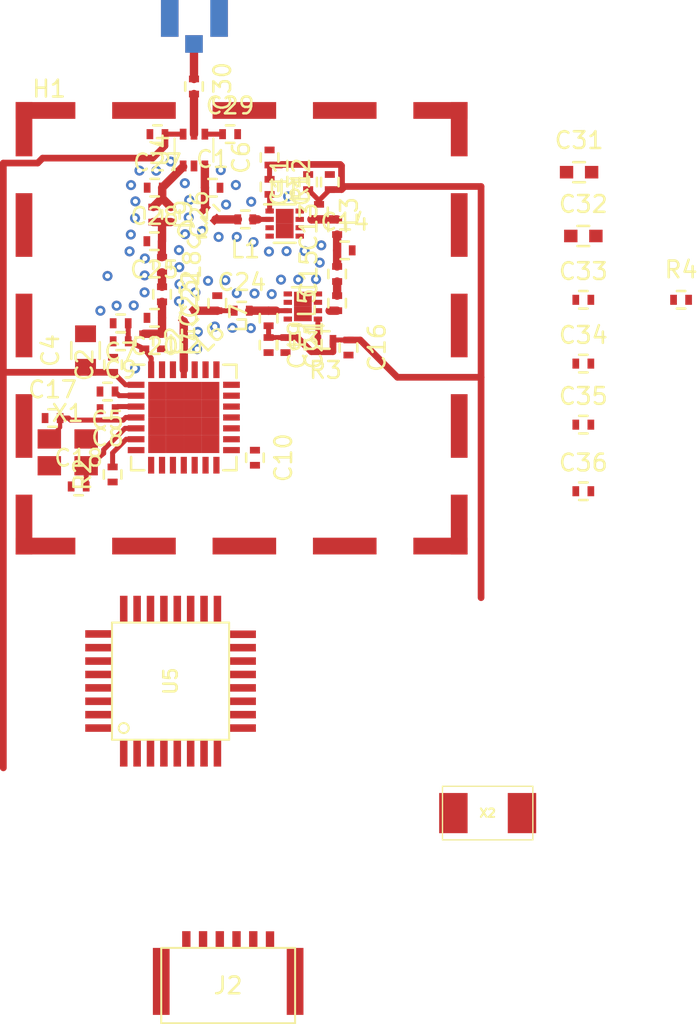
<source format=kicad_pcb>
(kicad_pcb (version 20171130) (host pcbnew "(5.1.4)-1")

  (general
    (thickness 1.6)
    (drawings 0)
    (tracks 112)
    (zones 0)
    (modules 111)
    (nets 74)
  )

  (page A4)
  (layers
    (0 F.Cu signal)
    (31 B.Cu signal hide)
    (32 B.Adhes user hide)
    (33 F.Adhes user hide)
    (34 B.Paste user hide)
    (35 F.Paste user hide)
    (36 B.SilkS user hide)
    (37 F.SilkS user hide)
    (38 B.Mask user hide)
    (39 F.Mask user hide)
    (40 Dwgs.User user hide)
    (41 Cmts.User user hide)
    (42 Eco1.User user hide)
    (43 Eco2.User user hide)
    (44 Edge.Cuts user hide)
    (45 Margin user hide)
    (46 B.CrtYd user hide)
    (47 F.CrtYd user)
    (48 B.Fab user hide)
    (49 F.Fab user hide)
  )

  (setup
    (last_trace_width 0.25)
    (trace_clearance 0.2)
    (zone_clearance 0.508)
    (zone_45_only no)
    (trace_min 0.2)
    (via_size 0.8)
    (via_drill 0.4)
    (via_min_size 0.4)
    (via_min_drill 0.3)
    (uvia_size 0.3)
    (uvia_drill 0.1)
    (uvias_allowed no)
    (uvia_min_size 0.2)
    (uvia_min_drill 0.1)
    (edge_width 0.05)
    (segment_width 0.2)
    (pcb_text_width 0.3)
    (pcb_text_size 1.5 1.5)
    (mod_edge_width 0.12)
    (mod_text_size 1 1)
    (mod_text_width 0.15)
    (pad_size 0.6 0.6)
    (pad_drill 0.3)
    (pad_to_mask_clearance 0.051)
    (solder_mask_min_width 0.25)
    (aux_axis_origin 0 0)
    (visible_elements 7FFFFFFF)
    (pcbplotparams
      (layerselection 0x010fc_ffffffff)
      (usegerberextensions false)
      (usegerberattributes false)
      (usegerberadvancedattributes false)
      (creategerberjobfile false)
      (excludeedgelayer true)
      (linewidth 0.100000)
      (plotframeref false)
      (viasonmask false)
      (mode 1)
      (useauxorigin false)
      (hpglpennumber 1)
      (hpglpenspeed 20)
      (hpglpendiameter 15.000000)
      (psnegative false)
      (psa4output false)
      (plotreference true)
      (plotvalue true)
      (plotinvisibletext false)
      (padsonsilk false)
      (subtractmaskfromsilk false)
      (outputformat 1)
      (mirror false)
      (drillshape 1)
      (scaleselection 1)
      (outputdirectory ""))
  )

  (net 0 "")
  (net 1 "Net-(C1-Pad2)")
  (net 2 /RF_RX)
  (net 3 "Net-(C2-Pad1)")
  (net 4 GND)
  (net 5 "Net-(C3-Pad1)")
  (net 6 +3V3)
  (net 7 "Net-(C5-Pad1)")
  (net 8 "Net-(C7-Pad1)")
  (net 9 "Net-(C8-Pad1)")
  (net 10 "Net-(C10-Pad1)")
  (net 11 "Net-(C13-Pad1)")
  (net 12 "Net-(C13-Pad2)")
  (net 13 "Net-(C15-Pad1)")
  (net 14 "Net-(C17-Pad2)")
  (net 15 "Net-(C18-Pad2)")
  (net 16 /SX1272_RF_TX)
  (net 17 "Net-(C22-Pad1)")
  (net 18 /LNA2_out)
  (net 19 "Net-(C24-Pad2)")
  (net 20 "Net-(C25-Pad1)")
  (net 21 "Net-(C25-Pad2)")
  (net 22 /RF_TX)
  (net 23 "Net-(C28-Pad2)")
  (net 24 /RXTX_SW)
  (net 25 "Net-(C30-Pad1)")
  (net 26 "Net-(C30-Pad2)")
  (net 27 "Net-(C31-Pad2)")
  (net 28 "Net-(C32-Pad2)")
  (net 29 "Net-(C34-Pad1)")
  (net 30 /RX)
  (net 31 /TX)
  (net 32 "Net-(J2-Pad3)")
  (net 33 "Net-(J2-Pad4)")
  (net 34 "Net-(L1-Pad1)")
  (net 35 "Net-(L4-Pad2)")
  (net 36 "Net-(L5-Pad1)")
  (net 37 /SX1272_RF_RX)
  (net 38 "Net-(R1-Pad2)")
  (net 39 /Reset_SX)
  (net 40 "Net-(R3-Pad2)")
  (net 41 /Reset)
  (net 42 "Net-(U1-Pad8)")
  (net 43 "Net-(U1-Pad6)")
  (net 44 "Net-(U1-Pad5)")
  (net 45 "Net-(U1-Pad4)")
  (net 46 "Net-(U1-Pad3)")
  (net 47 /DIO0)
  (net 48 /DIO1)
  (net 49 /DIO2)
  (net 50 /DIO3)
  (net 51 /DIO4)
  (net 52 /DIO5)
  (net 53 /SCK)
  (net 54 /MISO)
  (net 55 /MOSI)
  (net 56 /RF_CS)
  (net 57 "Net-(U2-Pad21)")
  (net 58 "Net-(U2-Pad24)")
  (net 59 "Net-(U3-Pad3)")
  (net 60 "Net-(U3-Pad4)")
  (net 61 "Net-(U3-Pad5)")
  (net 62 "Net-(U3-Pad6)")
  (net 63 "Net-(U3-Pad8)")
  (net 64 "Net-(U5-Pad1)")
  (net 65 "Net-(U5-Pad2)")
  (net 66 "Net-(U5-Pad9)")
  (net 67 "Net-(U5-Pad10)")
  (net 68 "Net-(U5-Pad11)")
  (net 69 "Net-(U5-Pad12)")
  (net 70 "Net-(U5-Pad14)")
  (net 71 "Net-(U5-Pad19)")
  (net 72 "Net-(U5-Pad22)")
  (net 73 /ResetSX)

  (net_class Default "This is the default net class."
    (clearance 0.2)
    (trace_width 0.25)
    (via_dia 0.8)
    (via_drill 0.4)
    (uvia_dia 0.3)
    (uvia_drill 0.1)
    (add_net +3V3)
    (add_net /DIO0)
    (add_net /DIO1)
    (add_net /DIO2)
    (add_net /DIO3)
    (add_net /DIO4)
    (add_net /DIO5)
    (add_net /LNA2_out)
    (add_net /MISO)
    (add_net /MOSI)
    (add_net /RF_CS)
    (add_net /RF_RX)
    (add_net /RF_TX)
    (add_net /RX)
    (add_net /RXTX_SW)
    (add_net /Reset)
    (add_net /ResetSX)
    (add_net /Reset_SX)
    (add_net /SCK)
    (add_net /SX1272_RF_RX)
    (add_net /SX1272_RF_TX)
    (add_net /TX)
    (add_net GND)
    (add_net "Net-(C1-Pad2)")
    (add_net "Net-(C10-Pad1)")
    (add_net "Net-(C13-Pad1)")
    (add_net "Net-(C13-Pad2)")
    (add_net "Net-(C15-Pad1)")
    (add_net "Net-(C17-Pad2)")
    (add_net "Net-(C18-Pad2)")
    (add_net "Net-(C2-Pad1)")
    (add_net "Net-(C22-Pad1)")
    (add_net "Net-(C24-Pad2)")
    (add_net "Net-(C25-Pad1)")
    (add_net "Net-(C25-Pad2)")
    (add_net "Net-(C28-Pad2)")
    (add_net "Net-(C3-Pad1)")
    (add_net "Net-(C30-Pad1)")
    (add_net "Net-(C30-Pad2)")
    (add_net "Net-(C31-Pad2)")
    (add_net "Net-(C32-Pad2)")
    (add_net "Net-(C34-Pad1)")
    (add_net "Net-(C5-Pad1)")
    (add_net "Net-(C7-Pad1)")
    (add_net "Net-(C8-Pad1)")
    (add_net "Net-(J2-Pad3)")
    (add_net "Net-(J2-Pad4)")
    (add_net "Net-(L1-Pad1)")
    (add_net "Net-(L4-Pad2)")
    (add_net "Net-(L5-Pad1)")
    (add_net "Net-(R1-Pad2)")
    (add_net "Net-(R3-Pad2)")
    (add_net "Net-(U1-Pad3)")
    (add_net "Net-(U1-Pad4)")
    (add_net "Net-(U1-Pad5)")
    (add_net "Net-(U1-Pad6)")
    (add_net "Net-(U1-Pad8)")
    (add_net "Net-(U2-Pad21)")
    (add_net "Net-(U2-Pad24)")
    (add_net "Net-(U3-Pad3)")
    (add_net "Net-(U3-Pad4)")
    (add_net "Net-(U3-Pad5)")
    (add_net "Net-(U3-Pad6)")
    (add_net "Net-(U3-Pad8)")
    (add_net "Net-(U5-Pad1)")
    (add_net "Net-(U5-Pad10)")
    (add_net "Net-(U5-Pad11)")
    (add_net "Net-(U5-Pad12)")
    (add_net "Net-(U5-Pad14)")
    (add_net "Net-(U5-Pad19)")
    (add_net "Net-(U5-Pad2)")
    (add_net "Net-(U5-Pad22)")
    (add_net "Net-(U5-Pad9)")
  )

  (module dtusat:via-0.6mm-0.3mm_drill (layer F.Cu) (tedit 5DF258CC) (tstamp 5DF2625E)
    (at 48.9077 31.43504)
    (attr virtual)
    (fp_text reference "" (at 0 0.85) (layer F.SilkS) hide
      (effects (font (size 0.8 0.8) (thickness 0.1524)))
    )
    (fp_text value "" (at 0 -1.1) (layer F.Fab) hide
      (effects (font (size 0.8 0.8) (thickness 0.1524)))
    )
    (pad 1 thru_hole circle (at 0 0) (size 0.6 0.6) (drill 0.3) (layers *.Cu *.Mask)
      (net 4 GND) (zone_connect 2))
  )

  (module dtusat:via-0.6mm-0.3mm_drill (layer F.Cu) (tedit 5DF258CC) (tstamp 5DF26256)
    (at 48.006 30.54604)
    (attr virtual)
    (fp_text reference "" (at 0 0.85) (layer F.SilkS) hide
      (effects (font (size 0.8 0.8) (thickness 0.1524)))
    )
    (fp_text value "" (at 0 -1.1) (layer F.Fab) hide
      (effects (font (size 0.8 0.8) (thickness 0.1524)))
    )
    (pad 1 thru_hole circle (at 0 0) (size 0.6 0.6) (drill 0.3) (layers *.Cu *.Mask)
      (net 4 GND) (zone_connect 2))
  )

  (module dtusat:via-0.6mm-0.3mm_drill (layer F.Cu) (tedit 5DF258CC) (tstamp 5DF2624E)
    (at 52.02936 32.11322)
    (attr virtual)
    (fp_text reference "" (at 0 0.85) (layer F.SilkS) hide
      (effects (font (size 0.8 0.8) (thickness 0.1524)))
    )
    (fp_text value "" (at 0 -1.1) (layer F.Fab) hide
      (effects (font (size 0.8 0.8) (thickness 0.1524)))
    )
    (pad 1 thru_hole circle (at 0 0) (size 0.6 0.6) (drill 0.3) (layers *.Cu *.Mask)
      (net 4 GND) (zone_connect 2))
  )

  (module dtusat:via-0.6mm-0.3mm_drill (layer F.Cu) (tedit 5DF258CC) (tstamp 5DF26246)
    (at 49.82464 32.43072)
    (attr virtual)
    (fp_text reference "" (at 0 0.85) (layer F.SilkS) hide
      (effects (font (size 0.8 0.8) (thickness 0.1524)))
    )
    (fp_text value "" (at 0 -1.1) (layer F.Fab) hide
      (effects (font (size 0.8 0.8) (thickness 0.1524)))
    )
    (pad 1 thru_hole circle (at 0 0) (size 0.6 0.6) (drill 0.3) (layers *.Cu *.Mask)
      (net 4 GND) (zone_connect 2))
  )

  (module dtusat:via-0.6mm-0.3mm_drill (layer F.Cu) (tedit 5DF258CC) (tstamp 5DF2623E)
    (at 48.3235 32.60344)
    (attr virtual)
    (fp_text reference "" (at 0 0.85) (layer F.SilkS) hide
      (effects (font (size 0.8 0.8) (thickness 0.1524)))
    )
    (fp_text value "" (at 0 -1.1) (layer F.Fab) hide
      (effects (font (size 0.8 0.8) (thickness 0.1524)))
    )
    (pad 1 thru_hole circle (at 0 0) (size 0.6 0.6) (drill 0.3) (layers *.Cu *.Mask)
      (net 4 GND) (zone_connect 2))
  )

  (module dtusat:via-0.6mm-0.3mm_drill (layer F.Cu) (tedit 5DF258CC) (tstamp 5DF26236)
    (at 46.89094 34.17824)
    (attr virtual)
    (fp_text reference "" (at 0 0.85) (layer F.SilkS) hide
      (effects (font (size 0.8 0.8) (thickness 0.1524)))
    )
    (fp_text value "" (at 0 -1.1) (layer F.Fab) hide
      (effects (font (size 0.8 0.8) (thickness 0.1524)))
    )
    (pad 1 thru_hole circle (at 0 0) (size 0.6 0.6) (drill 0.3) (layers *.Cu *.Mask)
      (net 4 GND) (zone_connect 2))
  )

  (module dtusat:via-0.6mm-0.3mm_drill (layer F.Cu) (tedit 5DF258CC) (tstamp 5DF2622E)
    (at 47.87646 34.53384)
    (attr virtual)
    (fp_text reference "" (at 0 0.85) (layer F.SilkS) hide
      (effects (font (size 0.8 0.8) (thickness 0.1524)))
    )
    (fp_text value "" (at 0 -1.1) (layer F.Fab) hide
      (effects (font (size 0.8 0.8) (thickness 0.1524)))
    )
    (pad 1 thru_hole circle (at 0 0) (size 0.6 0.6) (drill 0.3) (layers *.Cu *.Mask)
      (net 4 GND) (zone_connect 2))
  )

  (module dtusat:via-0.6mm-0.3mm_drill (layer F.Cu) (tedit 5DF258CC) (tstamp 5DF26226)
    (at 48.96104 34.53384)
    (attr virtual)
    (fp_text reference "" (at 0 0.85) (layer F.SilkS) hide
      (effects (font (size 0.8 0.8) (thickness 0.1524)))
    )
    (fp_text value "" (at 0 -1.1) (layer F.Fab) hide
      (effects (font (size 0.8 0.8) (thickness 0.1524)))
    )
    (pad 1 thru_hole circle (at 0 0) (size 0.6 0.6) (drill 0.3) (layers *.Cu *.Mask)
      (net 4 GND) (zone_connect 2))
  )

  (module dtusat:via-0.6mm-0.3mm_drill (layer F.Cu) (tedit 5DF258CC) (tstamp 5DF2621E)
    (at 49.96688 34.84372)
    (attr virtual)
    (fp_text reference "" (at 0 0.85) (layer F.SilkS) hide
      (effects (font (size 0.8 0.8) (thickness 0.1524)))
    )
    (fp_text value "" (at 0 -1.1) (layer F.Fab) hide
      (effects (font (size 0.8 0.8) (thickness 0.1524)))
    )
    (pad 1 thru_hole circle (at 0 0) (size 0.6 0.6) (drill 0.3) (layers *.Cu *.Mask)
      (net 4 GND) (zone_connect 2))
  )

  (module dtusat:via-0.6mm-0.3mm_drill (layer F.Cu) (tedit 5DF258CC) (tstamp 5DF26216)
    (at 50.88636 35.4076)
    (attr virtual)
    (fp_text reference "" (at 0 0.85) (layer F.SilkS) hide
      (effects (font (size 0.8 0.8) (thickness 0.1524)))
    )
    (fp_text value "" (at 0 -1.1) (layer F.Fab) hide
      (effects (font (size 0.8 0.8) (thickness 0.1524)))
    )
    (pad 1 thru_hole circle (at 0 0) (size 0.6 0.6) (drill 0.3) (layers *.Cu *.Mask)
      (net 4 GND) (zone_connect 2))
  )

  (module dtusat:via-0.6mm-0.3mm_drill (layer F.Cu) (tedit 5DF258CC) (tstamp 5DF2620E)
    (at 51.93792 35.38474)
    (attr virtual)
    (fp_text reference "" (at 0 0.85) (layer F.SilkS) hide
      (effects (font (size 0.8 0.8) (thickness 0.1524)))
    )
    (fp_text value "" (at 0 -1.1) (layer F.Fab) hide
      (effects (font (size 0.8 0.8) (thickness 0.1524)))
    )
    (pad 1 thru_hole circle (at 0 0) (size 0.6 0.6) (drill 0.3) (layers *.Cu *.Mask)
      (net 4 GND) (zone_connect 2))
  )

  (module dtusat:via-0.6mm-0.3mm_drill (layer F.Cu) (tedit 5DF258CC) (tstamp 5DF26206)
    (at 53.01234 35.37458)
    (attr virtual)
    (fp_text reference "" (at 0 0.85) (layer F.SilkS) hide
      (effects (font (size 0.8 0.8) (thickness 0.1524)))
    )
    (fp_text value "" (at 0 -1.1) (layer F.Fab) hide
      (effects (font (size 0.8 0.8) (thickness 0.1524)))
    )
    (pad 1 thru_hole circle (at 0 0) (size 0.6 0.6) (drill 0.3) (layers *.Cu *.Mask)
      (net 4 GND) (zone_connect 2))
  )

  (module dtusat:via-0.6mm-0.3mm_drill (layer F.Cu) (tedit 5DF258CC) (tstamp 5DF261FE)
    (at 54.0131 35.03676)
    (attr virtual)
    (fp_text reference "" (at 0 0.85) (layer F.SilkS) hide
      (effects (font (size 0.8 0.8) (thickness 0.1524)))
    )
    (fp_text value "" (at 0 -1.1) (layer F.Fab) hide
      (effects (font (size 0.8 0.8) (thickness 0.1524)))
    )
    (pad 1 thru_hole circle (at 0 0) (size 0.6 0.6) (drill 0.3) (layers *.Cu *.Mask)
      (net 4 GND) (zone_connect 2))
  )

  (module dtusat:via-0.6mm-0.3mm_drill (layer F.Cu) (tedit 5DF258CC) (tstamp 5DF261F6)
    (at 53.91912 36.068)
    (attr virtual)
    (fp_text reference "" (at 0 0.85) (layer F.SilkS) hide
      (effects (font (size 0.8 0.8) (thickness 0.1524)))
    )
    (fp_text value "" (at 0 -1.1) (layer F.Fab) hide
      (effects (font (size 0.8 0.8) (thickness 0.1524)))
    )
    (pad 1 thru_hole circle (at 0 0) (size 0.6 0.6) (drill 0.3) (layers *.Cu *.Mask)
      (net 4 GND) (zone_connect 2))
  )

  (module dtusat:via-0.6mm-0.3mm_drill (layer F.Cu) (tedit 5DF258CC) (tstamp 5DF261EE)
    (at 53.69814 37.06368)
    (attr virtual)
    (fp_text reference "" (at 0 0.85) (layer F.SilkS) hide
      (effects (font (size 0.8 0.8) (thickness 0.1524)))
    )
    (fp_text value "" (at 0 -1.1) (layer F.Fab) hide
      (effects (font (size 0.8 0.8) (thickness 0.1524)))
    )
    (pad 1 thru_hole circle (at 0 0) (size 0.6 0.6) (drill 0.3) (layers *.Cu *.Mask)
      (net 4 GND) (zone_connect 2))
  )

  (module dtusat:via-0.6mm-0.3mm_drill (layer F.Cu) (tedit 5DF258CC) (tstamp 5DF261E6)
    (at 52.63896 37.084)
    (attr virtual)
    (fp_text reference "" (at 0 0.85) (layer F.SilkS) hide
      (effects (font (size 0.8 0.8) (thickness 0.1524)))
    )
    (fp_text value "" (at 0 -1.1) (layer F.Fab) hide
      (effects (font (size 0.8 0.8) (thickness 0.1524)))
    )
    (pad 1 thru_hole circle (at 0 0) (size 0.6 0.6) (drill 0.3) (layers *.Cu *.Mask)
      (net 4 GND) (zone_connect 2))
  )

  (module dtusat:via-0.6mm-0.3mm_drill (layer F.Cu) (tedit 5DF258CC) (tstamp 5DF261DE)
    (at 51.60518 37.084)
    (attr virtual)
    (fp_text reference "" (at 0 0.85) (layer F.SilkS) hide
      (effects (font (size 0.8 0.8) (thickness 0.1524)))
    )
    (fp_text value "" (at 0 -1.1) (layer F.Fab) hide
      (effects (font (size 0.8 0.8) (thickness 0.1524)))
    )
    (pad 1 thru_hole circle (at 0 0) (size 0.6 0.6) (drill 0.3) (layers *.Cu *.Mask)
      (net 4 GND) (zone_connect 2))
  )

  (module dtusat:via-0.6mm-0.3mm_drill (layer F.Cu) (tedit 5DF258CC) (tstamp 5DF261D6)
    (at 51.05146 37.95014)
    (attr virtual)
    (fp_text reference "" (at 0 0.85) (layer F.SilkS) hide
      (effects (font (size 0.8 0.8) (thickness 0.1524)))
    )
    (fp_text value "" (at 0 -1.1) (layer F.Fab) hide
      (effects (font (size 0.8 0.8) (thickness 0.1524)))
    )
    (pad 1 thru_hole circle (at 0 0) (size 0.6 0.6) (drill 0.3) (layers *.Cu *.Mask)
      (net 4 GND) (zone_connect 2))
  )

  (module dtusat:via-0.6mm-0.3mm_drill (layer F.Cu) (tedit 5DF258CC) (tstamp 5DF261CE)
    (at 50.02276 37.91204)
    (attr virtual)
    (fp_text reference "" (at 0 0.85) (layer F.SilkS) hide
      (effects (font (size 0.8 0.8) (thickness 0.1524)))
    )
    (fp_text value "" (at 0 -1.1) (layer F.Fab) hide
      (effects (font (size 0.8 0.8) (thickness 0.1524)))
    )
    (pad 1 thru_hole circle (at 0 0) (size 0.6 0.6) (drill 0.3) (layers *.Cu *.Mask)
      (net 4 GND) (zone_connect 2))
  )

  (module dtusat:via-0.6mm-0.3mm_drill (layer F.Cu) (tedit 5DF258CC) (tstamp 5DF261C6)
    (at 48.96104 37.89426)
    (attr virtual)
    (fp_text reference "" (at 0 0.85) (layer F.SilkS) hide
      (effects (font (size 0.8 0.8) (thickness 0.1524)))
    )
    (fp_text value "" (at 0 -1.1) (layer F.Fab) hide
      (effects (font (size 0.8 0.8) (thickness 0.1524)))
    )
    (pad 1 thru_hole circle (at 0 0) (size 0.6 0.6) (drill 0.3) (layers *.Cu *.Mask)
      (net 4 GND) (zone_connect 2))
  )

  (module dtusat:via-0.6mm-0.3mm_drill (layer F.Cu) (tedit 5DF258CC) (tstamp 5DF261BE)
    (at 48.28032 37.11956)
    (attr virtual)
    (fp_text reference "" (at 0 0.85) (layer F.SilkS) hide
      (effects (font (size 0.8 0.8) (thickness 0.1524)))
    )
    (fp_text value "" (at 0 -1.1) (layer F.Fab) hide
      (effects (font (size 0.8 0.8) (thickness 0.1524)))
    )
    (pad 1 thru_hole circle (at 0 0) (size 0.6 0.6) (drill 0.3) (layers *.Cu *.Mask)
      (net 4 GND) (zone_connect 2))
  )

  (module dtusat:via-0.6mm-0.3mm_drill (layer F.Cu) (tedit 5DF258CC) (tstamp 5DF261B6)
    (at 47.24654 37.15512)
    (attr virtual)
    (fp_text reference "" (at 0 0.85) (layer F.SilkS) hide
      (effects (font (size 0.8 0.8) (thickness 0.1524)))
    )
    (fp_text value "" (at 0 -1.1) (layer F.Fab) hide
      (effects (font (size 0.8 0.8) (thickness 0.1524)))
    )
    (pad 1 thru_hole circle (at 0 0) (size 0.6 0.6) (drill 0.3) (layers *.Cu *.Mask)
      (net 4 GND) (zone_connect 2))
  )

  (module dtusat:via-0.6mm-0.3mm_drill (layer F.Cu) (tedit 5DF258CC) (tstamp 5DF261AE)
    (at 46.48962 37.846)
    (attr virtual)
    (fp_text reference "" (at 0 0.85) (layer F.SilkS) hide
      (effects (font (size 0.8 0.8) (thickness 0.1524)))
    )
    (fp_text value "" (at 0 -1.1) (layer F.Fab) hide
      (effects (font (size 0.8 0.8) (thickness 0.1524)))
    )
    (pad 1 thru_hole circle (at 0 0) (size 0.6 0.6) (drill 0.3) (layers *.Cu *.Mask)
      (net 4 GND) (zone_connect 2))
  )

  (module dtusat:via-0.6mm-0.3mm_drill (layer F.Cu) (tedit 5DF258CC) (tstamp 5DF261A6)
    (at 45.50664 38.37432)
    (attr virtual)
    (fp_text reference "" (at 0 0.85) (layer F.SilkS) hide
      (effects (font (size 0.8 0.8) (thickness 0.1524)))
    )
    (fp_text value "" (at 0 -1.1) (layer F.Fab) hide
      (effects (font (size 0.8 0.8) (thickness 0.1524)))
    )
    (pad 1 thru_hole circle (at 0 0) (size 0.6 0.6) (drill 0.3) (layers *.Cu *.Mask)
      (net 4 GND) (zone_connect 2))
  )

  (module dtusat:via-0.6mm-0.3mm_drill (layer F.Cu) (tedit 5DF258CC) (tstamp 5DF2617E)
    (at 45.53712 37.36086)
    (attr virtual)
    (fp_text reference "" (at 0 0.85) (layer F.SilkS) hide
      (effects (font (size 0.8 0.8) (thickness 0.1524)))
    )
    (fp_text value "" (at 0 -1.1) (layer F.Fab) hide
      (effects (font (size 0.8 0.8) (thickness 0.1524)))
    )
    (pad 1 thru_hole circle (at 0 0) (size 0.6 0.6) (drill 0.3) (layers *.Cu *.Mask)
      (net 4 GND) (zone_connect 2))
  )

  (module dtusat:via-0.6mm-0.3mm_drill (layer F.Cu) (tedit 5DF258CC) (tstamp 5DF26176)
    (at 45.52696 36.33978)
    (attr virtual)
    (fp_text reference "" (at 0 0.85) (layer F.SilkS) hide
      (effects (font (size 0.8 0.8) (thickness 0.1524)))
    )
    (fp_text value "" (at 0 -1.1) (layer F.Fab) hide
      (effects (font (size 0.8 0.8) (thickness 0.1524)))
    )
    (pad 1 thru_hole circle (at 0 0) (size 0.6 0.6) (drill 0.3) (layers *.Cu *.Mask)
      (net 4 GND) (zone_connect 2))
  )

  (module dtusat:via-0.6mm-0.3mm_drill (layer F.Cu) (tedit 5DF258CC) (tstamp 5DF2616E)
    (at 45.50918 35.3187)
    (attr virtual)
    (fp_text reference "" (at 0 0.85) (layer F.SilkS) hide
      (effects (font (size 0.8 0.8) (thickness 0.1524)))
    )
    (fp_text value "" (at 0 -1.1) (layer F.Fab) hide
      (effects (font (size 0.8 0.8) (thickness 0.1524)))
    )
    (pad 1 thru_hole circle (at 0 0) (size 0.6 0.6) (drill 0.3) (layers *.Cu *.Mask)
      (net 4 GND) (zone_connect 2))
  )

  (module dtusat:via-0.6mm-0.3mm_drill (layer F.Cu) (tedit 5DF258CC) (tstamp 5DF26166)
    (at 45.87494 34.37128)
    (attr virtual)
    (fp_text reference "" (at 0 0.85) (layer F.SilkS) hide
      (effects (font (size 0.8 0.8) (thickness 0.1524)))
    )
    (fp_text value "" (at 0 -1.1) (layer F.Fab) hide
      (effects (font (size 0.8 0.8) (thickness 0.1524)))
    )
    (pad 1 thru_hole circle (at 0 0) (size 0.6 0.6) (drill 0.3) (layers *.Cu *.Mask)
      (net 4 GND) (zone_connect 2))
  )

  (module dtusat:via-0.6mm-0.3mm_drill (layer F.Cu) (tedit 5DF258CC) (tstamp 5DF2615E)
    (at 46.0883 33.37306)
    (attr virtual)
    (fp_text reference "" (at 0 0.85) (layer F.SilkS) hide
      (effects (font (size 0.8 0.8) (thickness 0.1524)))
    )
    (fp_text value "" (at 0 -1.1) (layer F.Fab) hide
      (effects (font (size 0.8 0.8) (thickness 0.1524)))
    )
    (pad 1 thru_hole circle (at 0 0) (size 0.6 0.6) (drill 0.3) (layers *.Cu *.Mask)
      (net 4 GND) (zone_connect 2))
  )

  (module dtusat:via-0.6mm-0.3mm_drill (layer F.Cu) (tedit 5DF258CC) (tstamp 5DF260D6)
    (at 46.12132 32.3342)
    (attr virtual)
    (fp_text reference "" (at 0 0.85) (layer F.SilkS) hide
      (effects (font (size 0.8 0.8) (thickness 0.1524)))
    )
    (fp_text value "" (at 0 -1.1) (layer F.Fab) hide
      (effects (font (size 0.8 0.8) (thickness 0.1524)))
    )
    (pad 1 thru_hole circle (at 0 0) (size 0.6 0.6) (drill 0.3) (layers *.Cu *.Mask)
      (net 4 GND) (zone_connect 2))
  )

  (module dtusat:via-0.6mm-0.3mm_drill (layer F.Cu) (tedit 5DF258CC) (tstamp 5DF2608A)
    (at 42.88282 42.38498)
    (attr virtual)
    (fp_text reference "" (at 0 0.85) (layer F.SilkS) hide
      (effects (font (size 0.8 0.8) (thickness 0.1524)))
    )
    (fp_text value "" (at 0 -1.1) (layer F.Fab) hide
      (effects (font (size 0.8 0.8) (thickness 0.1524)))
    )
    (pad 1 thru_hole circle (at 0 0) (size 0.6 0.6) (drill 0.3) (layers *.Cu *.Mask)
      (net 4 GND) (zone_connect 2))
  )

  (module dtusat:via-0.6mm-0.3mm_drill (layer F.Cu) (tedit 5DF258CC) (tstamp 5DF26082)
    (at 46.59122 41.23182)
    (attr virtual)
    (fp_text reference "" (at 0 0.85) (layer F.SilkS) hide
      (effects (font (size 0.8 0.8) (thickness 0.1524)))
    )
    (fp_text value "" (at 0 -1.1) (layer F.Fab) hide
      (effects (font (size 0.8 0.8) (thickness 0.1524)))
    )
    (pad 1 thru_hole circle (at 0 0) (size 0.6 0.6) (drill 0.3) (layers *.Cu *.Mask)
      (net 4 GND) (zone_connect 2))
  )

  (module dtusat:via-0.6mm-0.3mm_drill (layer F.Cu) (tedit 5DF258CC) (tstamp 5DF2607A)
    (at 45.8597 31.32836)
    (attr virtual)
    (fp_text reference "" (at 0 0.85) (layer F.SilkS) hide
      (effects (font (size 0.8 0.8) (thickness 0.1524)))
    )
    (fp_text value "" (at 0 -1.1) (layer F.Fab) hide
      (effects (font (size 0.8 0.8) (thickness 0.1524)))
    )
    (pad 1 thru_hole circle (at 0 0) (size 0.6 0.6) (drill 0.3) (layers *.Cu *.Mask)
      (net 4 GND) (zone_connect 2))
  )

  (module dtusat:via-0.6mm-0.3mm_drill (layer F.Cu) (tedit 5DF258CC) (tstamp 5DF26072)
    (at 46.6344 40.20312)
    (attr virtual)
    (fp_text reference "" (at 0 0.85) (layer F.SilkS) hide
      (effects (font (size 0.8 0.8) (thickness 0.1524)))
    )
    (fp_text value "" (at 0 -1.1) (layer F.Fab) hide
      (effects (font (size 0.8 0.8) (thickness 0.1524)))
    )
    (pad 1 thru_hole circle (at 0 0) (size 0.6 0.6) (drill 0.3) (layers *.Cu *.Mask)
      (net 4 GND) (zone_connect 2))
  )

  (module dtusat:via-0.6mm-0.3mm_drill (layer F.Cu) (tedit 5DF258CC) (tstamp 5DF2606A)
    (at 47.65294 39.88308)
    (attr virtual)
    (fp_text reference "" (at 0 0.85) (layer F.SilkS) hide
      (effects (font (size 0.8 0.8) (thickness 0.1524)))
    )
    (fp_text value "" (at 0 -1.1) (layer F.Fab) hide
      (effects (font (size 0.8 0.8) (thickness 0.1524)))
    )
    (pad 1 thru_hole circle (at 0 0) (size 0.6 0.6) (drill 0.3) (layers *.Cu *.Mask)
      (net 4 GND) (zone_connect 2))
  )

  (module dtusat:via-0.6mm-0.3mm_drill (layer F.Cu) (tedit 5DF258CC) (tstamp 5DF26062)
    (at 48.7045 39.95928)
    (attr virtual)
    (fp_text reference "" (at 0 0.85) (layer F.SilkS) hide
      (effects (font (size 0.8 0.8) (thickness 0.1524)))
    )
    (fp_text value "" (at 0 -1.1) (layer F.Fab) hide
      (effects (font (size 0.8 0.8) (thickness 0.1524)))
    )
    (pad 1 thru_hole circle (at 0 0) (size 0.6 0.6) (drill 0.3) (layers *.Cu *.Mask)
      (net 4 GND) (zone_connect 2))
  )

  (module dtusat:via-0.6mm-0.3mm_drill (layer F.Cu) (tedit 5DF258CC) (tstamp 5DF2605A)
    (at 49.80178 39.98214)
    (attr virtual)
    (fp_text reference "" (at 0 0.85) (layer F.SilkS) hide
      (effects (font (size 0.8 0.8) (thickness 0.1524)))
    )
    (fp_text value "" (at 0 -1.1) (layer F.Fab) hide
      (effects (font (size 0.8 0.8) (thickness 0.1524)))
    )
    (pad 1 thru_hole circle (at 0 0) (size 0.6 0.6) (drill 0.3) (layers *.Cu *.Mask)
      (net 4 GND) (zone_connect 2))
  )

  (module dtusat:via-0.6mm-0.3mm_drill (layer F.Cu) (tedit 5DF258CC) (tstamp 5DF26052)
    (at 41.2369 36.86556)
    (attr virtual)
    (fp_text reference "" (at 0 0.85) (layer F.SilkS) hide
      (effects (font (size 0.8 0.8) (thickness 0.1524)))
    )
    (fp_text value "" (at 0 -1.1) (layer F.Fab) hide
      (effects (font (size 0.8 0.8) (thickness 0.1524)))
    )
    (pad 1 thru_hole circle (at 0 0) (size 0.6 0.6) (drill 0.3) (layers *.Cu *.Mask)
      (net 4 GND) (zone_connect 2))
  )

  (module dtusat:via-0.6mm-0.3mm_drill (layer F.Cu) (tedit 5DF258CC) (tstamp 5DF2604A)
    (at 40.81272 38.94074)
    (attr virtual)
    (fp_text reference "" (at 0 0.85) (layer F.SilkS) hide
      (effects (font (size 0.8 0.8) (thickness 0.1524)))
    )
    (fp_text value "" (at 0 -1.1) (layer F.Fab) hide
      (effects (font (size 0.8 0.8) (thickness 0.1524)))
    )
    (pad 1 thru_hole circle (at 0 0) (size 0.6 0.6) (drill 0.3) (layers *.Cu *.Mask)
      (net 4 GND) (zone_connect 2))
  )

  (module dtusat:via-0.6mm-0.3mm_drill (layer F.Cu) (tedit 5DF258CC) (tstamp 5DF26042)
    (at 41.78046 38.63848)
    (attr virtual)
    (fp_text reference "" (at 0 0.85) (layer F.SilkS) hide
      (effects (font (size 0.8 0.8) (thickness 0.1524)))
    )
    (fp_text value "" (at 0 -1.1) (layer F.Fab) hide
      (effects (font (size 0.8 0.8) (thickness 0.1524)))
    )
    (pad 1 thru_hole circle (at 0 0) (size 0.6 0.6) (drill 0.3) (layers *.Cu *.Mask)
      (net 4 GND) (zone_connect 2))
  )

  (module dtusat:via-0.6mm-0.3mm_drill (layer F.Cu) (tedit 5DF258CC) (tstamp 5DF2603A)
    (at 42.80408 38.62578)
    (attr virtual)
    (fp_text reference "" (at 0 0.85) (layer F.SilkS) hide
      (effects (font (size 0.8 0.8) (thickness 0.1524)))
    )
    (fp_text value "" (at 0 -1.1) (layer F.Fab) hide
      (effects (font (size 0.8 0.8) (thickness 0.1524)))
    )
    (pad 1 thru_hole circle (at 0 0) (size 0.6 0.6) (drill 0.3) (layers *.Cu *.Mask)
      (net 4 GND) (zone_connect 2))
  )

  (module dtusat:via-0.6mm-0.3mm_drill (layer F.Cu) (tedit 5DF258CC) (tstamp 5DF26032)
    (at 43.45178 37.846)
    (attr virtual)
    (fp_text reference "" (at 0 0.85) (layer F.SilkS) hide
      (effects (font (size 0.8 0.8) (thickness 0.1524)))
    )
    (fp_text value "" (at 0 -1.1) (layer F.Fab) hide
      (effects (font (size 0.8 0.8) (thickness 0.1524)))
    )
    (pad 1 thru_hole circle (at 0 0) (size 0.6 0.6) (drill 0.3) (layers *.Cu *.Mask)
      (net 4 GND) (zone_connect 2))
  )

  (module dtusat:via-0.6mm-0.3mm_drill (layer F.Cu) (tedit 5DF258CC) (tstamp 5DF2602A)
    (at 43.46194 36.83254)
    (attr virtual)
    (fp_text reference "" (at 0 0.85) (layer F.SilkS) hide
      (effects (font (size 0.8 0.8) (thickness 0.1524)))
    )
    (fp_text value "" (at 0 -1.1) (layer F.Fab) hide
      (effects (font (size 0.8 0.8) (thickness 0.1524)))
    )
    (pad 1 thru_hole circle (at 0 0) (size 0.6 0.6) (drill 0.3) (layers *.Cu *.Mask)
      (net 4 GND) (zone_connect 2))
  )

  (module dtusat:via-0.6mm-0.3mm_drill (layer F.Cu) (tedit 5DF258CC) (tstamp 5DF25FC2)
    (at 43.46956 35.81908)
    (attr virtual)
    (fp_text reference "" (at 0 0.85) (layer F.SilkS) hide
      (effects (font (size 0.8 0.8) (thickness 0.1524)))
    )
    (fp_text value "" (at 0 -1.1) (layer F.Fab) hide
      (effects (font (size 0.8 0.8) (thickness 0.1524)))
    )
    (pad 1 thru_hole circle (at 0 0) (size 0.6 0.6) (drill 0.3) (layers *.Cu *.Mask)
      (net 4 GND) (zone_connect 2))
  )

  (module dtusat:via-0.6mm-0.3mm_drill (layer F.Cu) (tedit 5DF258CC) (tstamp 5DF25FBA)
    (at 42.55516 35.39744)
    (attr virtual)
    (fp_text reference "" (at 0 0.85) (layer F.SilkS) hide
      (effects (font (size 0.8 0.8) (thickness 0.1524)))
    )
    (fp_text value "" (at 0 -1.1) (layer F.Fab) hide
      (effects (font (size 0.8 0.8) (thickness 0.1524)))
    )
    (pad 1 thru_hole circle (at 0 0) (size 0.6 0.6) (drill 0.3) (layers *.Cu *.Mask)
      (net 4 GND) (zone_connect 2))
  )

  (module dtusat:via-0.6mm-0.3mm_drill (layer F.Cu) (tedit 5DF258CC) (tstamp 5DF25FB2)
    (at 42.63136 34.3916)
    (attr virtual)
    (fp_text reference "" (at 0 0.85) (layer F.SilkS) hide
      (effects (font (size 0.8 0.8) (thickness 0.1524)))
    )
    (fp_text value "" (at 0 -1.1) (layer F.Fab) hide
      (effects (font (size 0.8 0.8) (thickness 0.1524)))
    )
    (pad 1 thru_hole circle (at 0 0) (size 0.6 0.6) (drill 0.3) (layers *.Cu *.Mask)
      (net 4 GND) (zone_connect 2))
  )

  (module dtusat:via-0.6mm-0.3mm_drill (layer F.Cu) (tedit 5DF258CC) (tstamp 5DF25FAA)
    (at 42.88028 33.4137)
    (attr virtual)
    (fp_text reference "" (at 0 0.85) (layer F.SilkS) hide
      (effects (font (size 0.8 0.8) (thickness 0.1524)))
    )
    (fp_text value "" (at 0 -1.1) (layer F.Fab) hide
      (effects (font (size 0.8 0.8) (thickness 0.1524)))
    )
    (pad 1 thru_hole circle (at 0 0) (size 0.6 0.6) (drill 0.3) (layers *.Cu *.Mask)
      (net 4 GND) (zone_connect 2))
  )

  (module dtusat:via-0.6mm-0.3mm_drill (layer F.Cu) (tedit 5DF258CC) (tstamp 5DF25FA2)
    (at 42.90314 32.4104)
    (attr virtual)
    (fp_text reference "" (at 0 0.85) (layer F.SilkS) hide
      (effects (font (size 0.8 0.8) (thickness 0.1524)))
    )
    (fp_text value "" (at 0 -1.1) (layer F.Fab) hide
      (effects (font (size 0.8 0.8) (thickness 0.1524)))
    )
    (pad 1 thru_hole circle (at 0 0) (size 0.6 0.6) (drill 0.3) (layers *.Cu *.Mask)
      (net 4 GND) (zone_connect 2))
  )

  (module dtusat:via-0.6mm-0.3mm_drill (layer F.Cu) (tedit 5DF258CC) (tstamp 5DF25F9A)
    (at 42.64152 31.44012)
    (attr virtual)
    (fp_text reference "" (at 0 0.85) (layer F.SilkS) hide
      (effects (font (size 0.8 0.8) (thickness 0.1524)))
    )
    (fp_text value "" (at 0 -1.1) (layer F.Fab) hide
      (effects (font (size 0.8 0.8) (thickness 0.1524)))
    )
    (pad 1 thru_hole circle (at 0 0) (size 0.6 0.6) (drill 0.3) (layers *.Cu *.Mask)
      (net 4 GND) (zone_connect 2))
  )

  (module dtusat:via-0.6mm-0.3mm_drill (layer F.Cu) (tedit 5DF258CC) (tstamp 5DF25F72)
    (at 43.14698 30.57398)
    (attr virtual)
    (fp_text reference "" (at 0 0.85) (layer F.SilkS) hide
      (effects (font (size 0.8 0.8) (thickness 0.1524)))
    )
    (fp_text value "" (at 0 -1.1) (layer F.Fab) hide
      (effects (font (size 0.8 0.8) (thickness 0.1524)))
    )
    (pad 1 thru_hole circle (at 0 0) (size 0.6 0.6) (drill 0.3) (layers *.Cu *.Mask)
      (net 4 GND) (zone_connect 2))
  )

  (module dtusat:via-0.6mm-0.3mm_drill (layer F.Cu) (tedit 5DF258CC) (tstamp 5DF25F6A)
    (at 44.15028 30.5816)
    (attr virtual)
    (fp_text reference "" (at 0 0.85) (layer F.SilkS) hide
      (effects (font (size 0.8 0.8) (thickness 0.1524)))
    )
    (fp_text value "" (at 0 -1.1) (layer F.Fab) hide
      (effects (font (size 0.8 0.8) (thickness 0.1524)))
    )
    (pad 1 thru_hole circle (at 0 0) (size 0.6 0.6) (drill 0.3) (layers *.Cu *.Mask)
      (net 4 GND) (zone_connect 2))
  )

  (module dtusat:via-0.6mm-0.3mm_drill (layer F.Cu) (tedit 5DF258CC) (tstamp 5DF25CCC)
    (at 45.0088 30.03296)
    (attr virtual)
    (fp_text reference "" (at 0 0.85) (layer F.SilkS) hide
      (effects (font (size 0.8 0.8) (thickness 0.1524)))
    )
    (fp_text value "" (at 0 -1.1) (layer F.Fab) hide
      (effects (font (size 0.8 0.8) (thickness 0.1524)))
    )
    (pad 1 thru_hole circle (at 0 0) (size 0.6 0.6) (drill 0.3) (layers *.Cu *.Mask)
      (net 4 GND) (zone_connect 2))
  )

  (module dtusat:L0402 (layer F.Cu) (tedit 58307A25) (tstamp 5DF235A4)
    (at 43.434 40.76488 270)
    (descr "Inductor SMD 0402, reflow soldering, Vishay (see dcrcw.pdf)")
    (tags "inductor 0402")
    (attr smd)
    (fp_text reference L2 (at 0 -1.8 90) (layer F.SilkS)
      (effects (font (size 1 1) (thickness 0.15)))
    )
    (fp_text value L0402 (at 0 1.8 90) (layer F.Fab)
      (effects (font (size 1 1) (thickness 0.15)))
    )
    (fp_line (start -0.25 0.525) (end 0.25 0.525) (layer F.SilkS) (width 0.15))
    (fp_line (start 0.25 -0.525) (end -0.25 -0.525) (layer F.SilkS) (width 0.15))
    (fp_line (start 0.95 -0.65) (end 0.95 0.65) (layer F.CrtYd) (width 0.05))
    (fp_line (start -0.95 -0.65) (end -0.95 0.65) (layer F.CrtYd) (width 0.05))
    (fp_line (start -0.95 0.65) (end 0.95 0.65) (layer F.CrtYd) (width 0.05))
    (fp_line (start -0.95 -0.65) (end 0.95 -0.65) (layer F.CrtYd) (width 0.05))
    (pad 2 smd rect (at 0.45 0 270) (size 0.4 0.6) (layers F.Cu F.Paste F.Mask))
    (pad 1 smd rect (at -0.45 0 270) (size 0.4 0.6) (layers F.Cu F.Paste F.Mask)
      (net 16 /SX1272_RF_TX))
    (model R_0402.wrl
      (at (xyz 0 0 0))
      (scale (xyz 1 1 1))
      (rotate (xyz 0 0 0))
    )
  )

  (module dtusat:C0402 (layer F.Cu) (tedit 5415D599) (tstamp 5DF130F9)
    (at 47.51112 31.5976)
    (descr "Capacitor SMD 0402, reflow soldering, AVX (see smccp.pdf)")
    (tags "capacitor 0402")
    (path /5DF3905E)
    (attr smd)
    (fp_text reference C1 (at 0 -1.7) (layer F.SilkS)
      (effects (font (size 1 1) (thickness 0.15)))
    )
    (fp_text value C_0402_1.8pF_CID2085 (at 0 1.7) (layer F.Fab)
      (effects (font (size 1 1) (thickness 0.15)))
    )
    (fp_line (start -0.95 -0.65) (end 0.95 -0.65) (layer F.CrtYd) (width 0.05))
    (fp_line (start -0.95 0.65) (end 0.95 0.65) (layer F.CrtYd) (width 0.05))
    (fp_line (start -0.95 -0.65) (end -0.95 0.65) (layer F.CrtYd) (width 0.05))
    (fp_line (start 0.95 -0.65) (end 0.95 0.65) (layer F.CrtYd) (width 0.05))
    (fp_line (start 0.25 -0.525) (end -0.25 -0.525) (layer F.SilkS) (width 0.15))
    (fp_line (start -0.25 0.525) (end 0.25 0.525) (layer F.SilkS) (width 0.15))
    (pad 1 smd rect (at -0.45 0) (size 0.4 0.6) (layers F.Cu F.Paste F.Mask)
      (net 2 /RF_RX))
    (pad 2 smd rect (at 0.45 0) (size 0.4 0.6) (layers F.Cu F.Paste F.Mask)
      (net 1 "Net-(C1-Pad2)"))
    (model C_0402.wrl
      (at (xyz 0 0 0))
      (scale (xyz 1 1 1))
      (rotate (xyz 0 0 0))
    )
  )

  (module dtusat:C0402 (layer F.Cu) (tedit 5415D599) (tstamp 5DF13105)
    (at 41.56964 42.16696 90)
    (descr "Capacitor SMD 0402, reflow soldering, AVX (see smccp.pdf)")
    (tags "capacitor 0402")
    (path /5DEFBEE1)
    (attr smd)
    (fp_text reference C2 (at 0 -1.7 90) (layer F.SilkS)
      (effects (font (size 1 1) (thickness 0.15)))
    )
    (fp_text value C_0402_100nF_CID2080 (at 0 1.7 90) (layer F.Fab)
      (effects (font (size 1 1) (thickness 0.15)))
    )
    (fp_line (start -0.25 0.525) (end 0.25 0.525) (layer F.SilkS) (width 0.15))
    (fp_line (start 0.25 -0.525) (end -0.25 -0.525) (layer F.SilkS) (width 0.15))
    (fp_line (start 0.95 -0.65) (end 0.95 0.65) (layer F.CrtYd) (width 0.05))
    (fp_line (start -0.95 -0.65) (end -0.95 0.65) (layer F.CrtYd) (width 0.05))
    (fp_line (start -0.95 0.65) (end 0.95 0.65) (layer F.CrtYd) (width 0.05))
    (fp_line (start -0.95 -0.65) (end 0.95 -0.65) (layer F.CrtYd) (width 0.05))
    (pad 2 smd rect (at 0.45 0 90) (size 0.4 0.6) (layers F.Cu F.Paste F.Mask)
      (net 4 GND))
    (pad 1 smd rect (at -0.45 0 90) (size 0.4 0.6) (layers F.Cu F.Paste F.Mask)
      (net 3 "Net-(C2-Pad1)"))
    (model C_0402.wrl
      (at (xyz 0 0 0))
      (scale (xyz 1 1 1))
      (rotate (xyz 0 0 0))
    )
  )

  (module dtusat:C0402 (layer F.Cu) (tedit 5415D599) (tstamp 5DF13111)
    (at 47.379318 33.170558 135)
    (descr "Capacitor SMD 0402, reflow soldering, AVX (see smccp.pdf)")
    (tags "capacitor 0402")
    (path /5DF3A372)
    (attr smd)
    (fp_text reference C3 (at 0 -1.7 135) (layer F.SilkS)
      (effects (font (size 1 1) (thickness 0.15)))
    )
    (fp_text value C_0402_20pF_CID2086 (at 0 1.7 135) (layer F.Fab)
      (effects (font (size 1 1) (thickness 0.15)))
    )
    (fp_line (start -0.25 0.525) (end 0.25 0.525) (layer F.SilkS) (width 0.15))
    (fp_line (start 0.25 -0.525) (end -0.25 -0.525) (layer F.SilkS) (width 0.15))
    (fp_line (start 0.95 -0.65) (end 0.95 0.65) (layer F.CrtYd) (width 0.05))
    (fp_line (start -0.95 -0.65) (end -0.95 0.65) (layer F.CrtYd) (width 0.05))
    (fp_line (start -0.95 0.65) (end 0.95 0.65) (layer F.CrtYd) (width 0.05))
    (fp_line (start -0.95 -0.65) (end 0.95 -0.65) (layer F.CrtYd) (width 0.05))
    (pad 2 smd rect (at 0.45 0 135) (size 0.4 0.6) (layers F.Cu F.Paste F.Mask)
      (net 2 /RF_RX))
    (pad 1 smd rect (at -0.45 0 135) (size 0.4 0.6) (layers F.Cu F.Paste F.Mask)
      (net 5 "Net-(C3-Pad1)"))
    (model C_0402.wrl
      (at (xyz 0 0 0))
      (scale (xyz 1 1 1))
      (rotate (xyz 0 0 0))
    )
  )

  (module dtusat:C0805 (layer F.Cu) (tedit 5415D6EA) (tstamp 5DF1311D)
    (at 39.92372 41.3164 90)
    (descr "Capacitor SMD 0805, reflow soldering, AVX (see smccp.pdf)")
    (tags "capacitor 0805")
    (path /5DF363D0)
    (attr smd)
    (fp_text reference C4 (at 0 -2.1 90) (layer F.SilkS)
      (effects (font (size 1 1) (thickness 0.15)))
    )
    (fp_text value C_0805_10uF_CID2079 (at 0 2.1 90) (layer F.Fab)
      (effects (font (size 1 1) (thickness 0.15)))
    )
    (fp_line (start -1.8 -1) (end 1.8 -1) (layer F.CrtYd) (width 0.05))
    (fp_line (start -1.8 1) (end 1.8 1) (layer F.CrtYd) (width 0.05))
    (fp_line (start -1.8 -1) (end -1.8 1) (layer F.CrtYd) (width 0.05))
    (fp_line (start 1.8 -1) (end 1.8 1) (layer F.CrtYd) (width 0.05))
    (fp_line (start 0.5 -0.85) (end -0.5 -0.85) (layer F.SilkS) (width 0.15))
    (fp_line (start -0.5 0.85) (end 0.5 0.85) (layer F.SilkS) (width 0.15))
    (pad 1 smd rect (at -1 0 90) (size 1 1.25) (layers F.Cu F.Paste F.Mask)
      (net 6 +3V3))
    (pad 2 smd rect (at 1 0 90) (size 1 1.25) (layers F.Cu F.Paste F.Mask)
      (net 4 GND))
    (model C_0805.wrl
      (at (xyz 0 0 0))
      (scale (xyz 1 1 1))
      (rotate (xyz 0 0 0))
    )
  )

  (module dtusat:C0402 (layer F.Cu) (tedit 5415D599) (tstamp 5DF13129)
    (at 41.2369 43.7642 180)
    (descr "Capacitor SMD 0402, reflow soldering, AVX (see smccp.pdf)")
    (tags "capacitor 0402")
    (path /5DEFE1CA)
    (attr smd)
    (fp_text reference C5 (at 0 -1.7) (layer F.SilkS)
      (effects (font (size 1 1) (thickness 0.15)))
    )
    (fp_text value C_0402_100nF_CID2080 (at 0 1.7) (layer F.Fab)
      (effects (font (size 1 1) (thickness 0.15)))
    )
    (fp_line (start -0.25 0.525) (end 0.25 0.525) (layer F.SilkS) (width 0.15))
    (fp_line (start 0.25 -0.525) (end -0.25 -0.525) (layer F.SilkS) (width 0.15))
    (fp_line (start 0.95 -0.65) (end 0.95 0.65) (layer F.CrtYd) (width 0.05))
    (fp_line (start -0.95 -0.65) (end -0.95 0.65) (layer F.CrtYd) (width 0.05))
    (fp_line (start -0.95 0.65) (end 0.95 0.65) (layer F.CrtYd) (width 0.05))
    (fp_line (start -0.95 -0.65) (end 0.95 -0.65) (layer F.CrtYd) (width 0.05))
    (pad 2 smd rect (at 0.45 0 180) (size 0.4 0.6) (layers F.Cu F.Paste F.Mask)
      (net 4 GND))
    (pad 1 smd rect (at -0.45 0 180) (size 0.4 0.6) (layers F.Cu F.Paste F.Mask)
      (net 7 "Net-(C5-Pad1)"))
    (model C_0402.wrl
      (at (xyz 0 0 0))
      (scale (xyz 1 1 1))
      (rotate (xyz 0 0 0))
    )
  )

  (module dtusat:C0402 (layer F.Cu) (tedit 5415D599) (tstamp 5DF13135)
    (at 50.92192 29.79124 90)
    (descr "Capacitor SMD 0402, reflow soldering, AVX (see smccp.pdf)")
    (tags "capacitor 0402")
    (path /5DF4D83D)
    (attr smd)
    (fp_text reference C6 (at 0 -1.7 90) (layer F.SilkS)
      (effects (font (size 1 1) (thickness 0.15)))
    )
    (fp_text value C_0402_10pF_CID2089 (at 0 1.7 90) (layer F.Fab)
      (effects (font (size 1 1) (thickness 0.15)))
    )
    (fp_line (start -0.95 -0.65) (end 0.95 -0.65) (layer F.CrtYd) (width 0.05))
    (fp_line (start -0.95 0.65) (end 0.95 0.65) (layer F.CrtYd) (width 0.05))
    (fp_line (start -0.95 -0.65) (end -0.95 0.65) (layer F.CrtYd) (width 0.05))
    (fp_line (start 0.95 -0.65) (end 0.95 0.65) (layer F.CrtYd) (width 0.05))
    (fp_line (start 0.25 -0.525) (end -0.25 -0.525) (layer F.SilkS) (width 0.15))
    (fp_line (start -0.25 0.525) (end 0.25 0.525) (layer F.SilkS) (width 0.15))
    (pad 1 smd rect (at -0.45 0 90) (size 0.4 0.6) (layers F.Cu F.Paste F.Mask)
      (net 6 +3V3))
    (pad 2 smd rect (at 0.45 0 90) (size 0.4 0.6) (layers F.Cu F.Paste F.Mask)
      (net 4 GND))
    (model C_0402.wrl
      (at (xyz 0 0 0))
      (scale (xyz 1 1 1))
      (rotate (xyz 0 0 0))
    )
  )

  (module dtusat:C0402 (layer F.Cu) (tedit 5415D599) (tstamp 5DF13141)
    (at 42.02388 39.69004 180)
    (descr "Capacitor SMD 0402, reflow soldering, AVX (see smccp.pdf)")
    (tags "capacitor 0402")
    (path /5DF13D1B)
    (attr smd)
    (fp_text reference C7 (at 0 -1.7) (layer F.SilkS)
      (effects (font (size 1 1) (thickness 0.15)))
    )
    (fp_text value C_0402_47pF_CID2081 (at 0 1.7) (layer F.Fab)
      (effects (font (size 1 1) (thickness 0.15)))
    )
    (fp_line (start -0.25 0.525) (end 0.25 0.525) (layer F.SilkS) (width 0.15))
    (fp_line (start 0.25 -0.525) (end -0.25 -0.525) (layer F.SilkS) (width 0.15))
    (fp_line (start 0.95 -0.65) (end 0.95 0.65) (layer F.CrtYd) (width 0.05))
    (fp_line (start -0.95 -0.65) (end -0.95 0.65) (layer F.CrtYd) (width 0.05))
    (fp_line (start -0.95 0.65) (end 0.95 0.65) (layer F.CrtYd) (width 0.05))
    (fp_line (start -0.95 -0.65) (end 0.95 -0.65) (layer F.CrtYd) (width 0.05))
    (pad 2 smd rect (at 0.45 0 180) (size 0.4 0.6) (layers F.Cu F.Paste F.Mask)
      (net 4 GND))
    (pad 1 smd rect (at -0.45 0 180) (size 0.4 0.6) (layers F.Cu F.Paste F.Mask)
      (net 8 "Net-(C7-Pad1)"))
    (model C_0402.wrl
      (at (xyz 0 0 0))
      (scale (xyz 1 1 1))
      (rotate (xyz 0 0 0))
    )
  )

  (module dtusat:C0402 (layer F.Cu) (tedit 5415D599) (tstamp 5DF1314D)
    (at 41.24156 44.82084 180)
    (descr "Capacitor SMD 0402, reflow soldering, AVX (see smccp.pdf)")
    (tags "capacitor 0402")
    (path /5DEFEE38)
    (attr smd)
    (fp_text reference C8 (at 0 -1.7) (layer F.SilkS)
      (effects (font (size 1 1) (thickness 0.15)))
    )
    (fp_text value C_0402_100nF_CID2080 (at 0 1.7) (layer F.Fab)
      (effects (font (size 1 1) (thickness 0.15)))
    )
    (fp_line (start -0.95 -0.65) (end 0.95 -0.65) (layer F.CrtYd) (width 0.05))
    (fp_line (start -0.95 0.65) (end 0.95 0.65) (layer F.CrtYd) (width 0.05))
    (fp_line (start -0.95 -0.65) (end -0.95 0.65) (layer F.CrtYd) (width 0.05))
    (fp_line (start 0.95 -0.65) (end 0.95 0.65) (layer F.CrtYd) (width 0.05))
    (fp_line (start 0.25 -0.525) (end -0.25 -0.525) (layer F.SilkS) (width 0.15))
    (fp_line (start -0.25 0.525) (end 0.25 0.525) (layer F.SilkS) (width 0.15))
    (pad 1 smd rect (at -0.45 0 180) (size 0.4 0.6) (layers F.Cu F.Paste F.Mask)
      (net 9 "Net-(C8-Pad1)"))
    (pad 2 smd rect (at 0.45 0 180) (size 0.4 0.6) (layers F.Cu F.Paste F.Mask)
      (net 4 GND))
    (model C_0402.wrl
      (at (xyz 0 0 0))
      (scale (xyz 1 1 1))
      (rotate (xyz 0 0 0))
    )
  )

  (module dtusat:C0402 (layer F.Cu) (tedit 5415D599) (tstamp 5DF13159)
    (at 42.02388 40.767 180)
    (descr "Capacitor SMD 0402, reflow soldering, AVX (see smccp.pdf)")
    (tags "capacitor 0402")
    (path /5DF1314F)
    (attr smd)
    (fp_text reference C9 (at 0 -1.7) (layer F.SilkS)
      (effects (font (size 1 1) (thickness 0.15)))
    )
    (fp_text value C_0402_10nF_CID2082 (at 0 1.7) (layer F.Fab)
      (effects (font (size 1 1) (thickness 0.15)))
    )
    (fp_line (start -0.95 -0.65) (end 0.95 -0.65) (layer F.CrtYd) (width 0.05))
    (fp_line (start -0.95 0.65) (end 0.95 0.65) (layer F.CrtYd) (width 0.05))
    (fp_line (start -0.95 -0.65) (end -0.95 0.65) (layer F.CrtYd) (width 0.05))
    (fp_line (start 0.95 -0.65) (end 0.95 0.65) (layer F.CrtYd) (width 0.05))
    (fp_line (start 0.25 -0.525) (end -0.25 -0.525) (layer F.SilkS) (width 0.15))
    (fp_line (start -0.25 0.525) (end 0.25 0.525) (layer F.SilkS) (width 0.15))
    (pad 1 smd rect (at -0.45 0 180) (size 0.4 0.6) (layers F.Cu F.Paste F.Mask)
      (net 8 "Net-(C7-Pad1)"))
    (pad 2 smd rect (at 0.45 0 180) (size 0.4 0.6) (layers F.Cu F.Paste F.Mask)
      (net 4 GND))
    (model C_0402.wrl
      (at (xyz 0 0 0))
      (scale (xyz 1 1 1))
      (rotate (xyz 0 0 0))
    )
  )

  (module dtusat:C0402 (layer F.Cu) (tedit 5415D599) (tstamp 5DF13165)
    (at 50.04816 47.71686 270)
    (descr "Capacitor SMD 0402, reflow soldering, AVX (see smccp.pdf)")
    (tags "capacitor 0402")
    (path /5DEFF254)
    (attr smd)
    (fp_text reference C10 (at 0 -1.7 90) (layer F.SilkS)
      (effects (font (size 1 1) (thickness 0.15)))
    )
    (fp_text value C_0402_100nF_CID2080 (at 0 1.7 90) (layer F.Fab)
      (effects (font (size 1 1) (thickness 0.15)))
    )
    (fp_line (start -0.25 0.525) (end 0.25 0.525) (layer F.SilkS) (width 0.15))
    (fp_line (start 0.25 -0.525) (end -0.25 -0.525) (layer F.SilkS) (width 0.15))
    (fp_line (start 0.95 -0.65) (end 0.95 0.65) (layer F.CrtYd) (width 0.05))
    (fp_line (start -0.95 -0.65) (end -0.95 0.65) (layer F.CrtYd) (width 0.05))
    (fp_line (start -0.95 0.65) (end 0.95 0.65) (layer F.CrtYd) (width 0.05))
    (fp_line (start -0.95 -0.65) (end 0.95 -0.65) (layer F.CrtYd) (width 0.05))
    (pad 2 smd rect (at 0.45 0 270) (size 0.4 0.6) (layers F.Cu F.Paste F.Mask)
      (net 4 GND))
    (pad 1 smd rect (at -0.45 0 270) (size 0.4 0.6) (layers F.Cu F.Paste F.Mask)
      (net 10 "Net-(C10-Pad1)"))
    (model C_0402.wrl
      (at (xyz 0 0 0))
      (scale (xyz 1 1 1))
      (rotate (xyz 0 0 0))
    )
  )

  (module dtusat:C0402 (layer F.Cu) (tedit 5415D599) (tstamp 5DF13171)
    (at 53.22824 31.25724 90)
    (descr "Capacitor SMD 0402, reflow soldering, AVX (see smccp.pdf)")
    (tags "capacitor 0402")
    (path /5DF51B26)
    (attr smd)
    (fp_text reference C11 (at 0 -1.7 90) (layer F.SilkS)
      (effects (font (size 1 1) (thickness 0.15)))
    )
    (fp_text value C_0402_0.5pF_CID2091 (at 0 1.7 90) (layer F.Fab)
      (effects (font (size 1 1) (thickness 0.15)))
    )
    (fp_line (start -0.25 0.525) (end 0.25 0.525) (layer F.SilkS) (width 0.15))
    (fp_line (start 0.25 -0.525) (end -0.25 -0.525) (layer F.SilkS) (width 0.15))
    (fp_line (start 0.95 -0.65) (end 0.95 0.65) (layer F.CrtYd) (width 0.05))
    (fp_line (start -0.95 -0.65) (end -0.95 0.65) (layer F.CrtYd) (width 0.05))
    (fp_line (start -0.95 0.65) (end 0.95 0.65) (layer F.CrtYd) (width 0.05))
    (fp_line (start -0.95 -0.65) (end 0.95 -0.65) (layer F.CrtYd) (width 0.05))
    (pad 2 smd rect (at 0.45 0 90) (size 0.4 0.6) (layers F.Cu F.Paste F.Mask)
      (net 4 GND))
    (pad 1 smd rect (at -0.45 0 90) (size 0.4 0.6) (layers F.Cu F.Paste F.Mask)
      (net 6 +3V3))
    (model C_0402.wrl
      (at (xyz 0 0 0))
      (scale (xyz 1 1 1))
      (rotate (xyz 0 0 0))
    )
  )

  (module dtusat:C0402 (layer F.Cu) (tedit 5415D599) (tstamp 5DF1317D)
    (at 54.52364 31.25724 90)
    (descr "Capacitor SMD 0402, reflow soldering, AVX (see smccp.pdf)")
    (tags "capacitor 0402")
    (path /5DF52095)
    (attr smd)
    (fp_text reference C12 (at 0 -1.7 90) (layer F.SilkS)
      (effects (font (size 1 1) (thickness 0.15)))
    )
    (fp_text value C_0402_10nF_CID2082 (at 0 1.7 90) (layer F.Fab)
      (effects (font (size 1 1) (thickness 0.15)))
    )
    (fp_line (start -0.95 -0.65) (end 0.95 -0.65) (layer F.CrtYd) (width 0.05))
    (fp_line (start -0.95 0.65) (end 0.95 0.65) (layer F.CrtYd) (width 0.05))
    (fp_line (start -0.95 -0.65) (end -0.95 0.65) (layer F.CrtYd) (width 0.05))
    (fp_line (start 0.95 -0.65) (end 0.95 0.65) (layer F.CrtYd) (width 0.05))
    (fp_line (start 0.25 -0.525) (end -0.25 -0.525) (layer F.SilkS) (width 0.15))
    (fp_line (start -0.25 0.525) (end 0.25 0.525) (layer F.SilkS) (width 0.15))
    (pad 1 smd rect (at -0.45 0 90) (size 0.4 0.6) (layers F.Cu F.Paste F.Mask)
      (net 6 +3V3))
    (pad 2 smd rect (at 0.45 0 90) (size 0.4 0.6) (layers F.Cu F.Paste F.Mask)
      (net 4 GND))
    (model C_0402.wrl
      (at (xyz 0 0 0))
      (scale (xyz 1 1 1))
      (rotate (xyz 0 0 0))
    )
  )

  (module dtusat:C0402 (layer F.Cu) (tedit 5415D599) (tstamp 5DF13189)
    (at 54.96052 33.9416 90)
    (descr "Capacitor SMD 0402, reflow soldering, AVX (see smccp.pdf)")
    (tags "capacitor 0402")
    (path /5DF80F54)
    (attr smd)
    (fp_text reference C13 (at 0 -1.7 90) (layer F.SilkS)
      (effects (font (size 1 1) (thickness 0.15)))
    )
    (fp_text value C_0402_2.4pF_CID2093 (at 0 1.7 90) (layer F.Fab)
      (effects (font (size 1 1) (thickness 0.15)))
    )
    (fp_line (start -0.25 0.525) (end 0.25 0.525) (layer F.SilkS) (width 0.15))
    (fp_line (start 0.25 -0.525) (end -0.25 -0.525) (layer F.SilkS) (width 0.15))
    (fp_line (start 0.95 -0.65) (end 0.95 0.65) (layer F.CrtYd) (width 0.05))
    (fp_line (start -0.95 -0.65) (end -0.95 0.65) (layer F.CrtYd) (width 0.05))
    (fp_line (start -0.95 0.65) (end 0.95 0.65) (layer F.CrtYd) (width 0.05))
    (fp_line (start -0.95 -0.65) (end 0.95 -0.65) (layer F.CrtYd) (width 0.05))
    (pad 2 smd rect (at 0.45 0 90) (size 0.4 0.6) (layers F.Cu F.Paste F.Mask)
      (net 12 "Net-(C13-Pad2)"))
    (pad 1 smd rect (at -0.45 0 90) (size 0.4 0.6) (layers F.Cu F.Paste F.Mask)
      (net 11 "Net-(C13-Pad1)"))
    (model C_0402.wrl
      (at (xyz 0 0 0))
      (scale (xyz 1 1 1))
      (rotate (xyz 0 0 0))
    )
  )

  (module dtusat:C0402 (layer F.Cu) (tedit 5415D599) (tstamp 5DF13195)
    (at 55.41052 35.33648)
    (descr "Capacitor SMD 0402, reflow soldering, AVX (see smccp.pdf)")
    (tags "capacitor 0402")
    (path /5DF820AC)
    (attr smd)
    (fp_text reference C14 (at 0 -1.7) (layer F.SilkS)
      (effects (font (size 1 1) (thickness 0.15)))
    )
    (fp_text value C_0402_1.8pF_CID2085 (at 0 1.7) (layer F.Fab)
      (effects (font (size 1 1) (thickness 0.15)))
    )
    (fp_line (start -0.95 -0.65) (end 0.95 -0.65) (layer F.CrtYd) (width 0.05))
    (fp_line (start -0.95 0.65) (end 0.95 0.65) (layer F.CrtYd) (width 0.05))
    (fp_line (start -0.95 -0.65) (end -0.95 0.65) (layer F.CrtYd) (width 0.05))
    (fp_line (start 0.95 -0.65) (end 0.95 0.65) (layer F.CrtYd) (width 0.05))
    (fp_line (start 0.25 -0.525) (end -0.25 -0.525) (layer F.SilkS) (width 0.15))
    (fp_line (start -0.25 0.525) (end 0.25 0.525) (layer F.SilkS) (width 0.15))
    (pad 1 smd rect (at -0.45 0) (size 0.4 0.6) (layers F.Cu F.Paste F.Mask)
      (net 11 "Net-(C13-Pad1)"))
    (pad 2 smd rect (at 0.45 0) (size 0.4 0.6) (layers F.Cu F.Paste F.Mask)
      (net 4 GND))
    (model C_0402.wrl
      (at (xyz 0 0 0))
      (scale (xyz 1 1 1))
      (rotate (xyz 0 0 0))
    )
  )

  (module dtusat:C0402 (layer F.Cu) (tedit 5415D599) (tstamp 5DF131A1)
    (at 54.96052 36.7466 90)
    (descr "Capacitor SMD 0402, reflow soldering, AVX (see smccp.pdf)")
    (tags "capacitor 0402")
    (path /5DF86C76)
    (attr smd)
    (fp_text reference C15 (at 0 -1.7 90) (layer F.SilkS)
      (effects (font (size 1 1) (thickness 0.15)))
    )
    (fp_text value C_0402_20pF_CID2086 (at 0 1.7 90) (layer F.Fab)
      (effects (font (size 1 1) (thickness 0.15)))
    )
    (fp_line (start -0.25 0.525) (end 0.25 0.525) (layer F.SilkS) (width 0.15))
    (fp_line (start 0.25 -0.525) (end -0.25 -0.525) (layer F.SilkS) (width 0.15))
    (fp_line (start 0.95 -0.65) (end 0.95 0.65) (layer F.CrtYd) (width 0.05))
    (fp_line (start -0.95 -0.65) (end -0.95 0.65) (layer F.CrtYd) (width 0.05))
    (fp_line (start -0.95 0.65) (end 0.95 0.65) (layer F.CrtYd) (width 0.05))
    (fp_line (start -0.95 -0.65) (end 0.95 -0.65) (layer F.CrtYd) (width 0.05))
    (pad 2 smd rect (at 0.45 0 90) (size 0.4 0.6) (layers F.Cu F.Paste F.Mask)
      (net 11 "Net-(C13-Pad1)"))
    (pad 1 smd rect (at -0.45 0 90) (size 0.4 0.6) (layers F.Cu F.Paste F.Mask)
      (net 13 "Net-(C15-Pad1)"))
    (model C_0402.wrl
      (at (xyz 0 0 0))
      (scale (xyz 1 1 1))
      (rotate (xyz 0 0 0))
    )
  )

  (module dtusat:C0402 (layer F.Cu) (tedit 5415D599) (tstamp 5DF131AD)
    (at 55.6387 41.13826 270)
    (descr "Capacitor SMD 0402, reflow soldering, AVX (see smccp.pdf)")
    (tags "capacitor 0402")
    (path /5DFA02EE)
    (attr smd)
    (fp_text reference C16 (at 0 -1.7 90) (layer F.SilkS)
      (effects (font (size 1 1) (thickness 0.15)))
    )
    (fp_text value C_0402_10pF_CID2089 (at 0 1.7 90) (layer F.Fab)
      (effects (font (size 1 1) (thickness 0.15)))
    )
    (fp_line (start -0.95 -0.65) (end 0.95 -0.65) (layer F.CrtYd) (width 0.05))
    (fp_line (start -0.95 0.65) (end 0.95 0.65) (layer F.CrtYd) (width 0.05))
    (fp_line (start -0.95 -0.65) (end -0.95 0.65) (layer F.CrtYd) (width 0.05))
    (fp_line (start 0.95 -0.65) (end 0.95 0.65) (layer F.CrtYd) (width 0.05))
    (fp_line (start 0.25 -0.525) (end -0.25 -0.525) (layer F.SilkS) (width 0.15))
    (fp_line (start -0.25 0.525) (end 0.25 0.525) (layer F.SilkS) (width 0.15))
    (pad 1 smd rect (at -0.45 0 270) (size 0.4 0.6) (layers F.Cu F.Paste F.Mask)
      (net 6 +3V3))
    (pad 2 smd rect (at 0.45 0 270) (size 0.4 0.6) (layers F.Cu F.Paste F.Mask)
      (net 4 GND))
    (model C_0402.wrl
      (at (xyz 0 0 0))
      (scale (xyz 1 1 1))
      (rotate (xyz 0 0 0))
    )
  )

  (module dtusat:C0402 (layer F.Cu) (tedit 5415D599) (tstamp 5DF131B9)
    (at 37.95564 45.34916)
    (descr "Capacitor SMD 0402, reflow soldering, AVX (see smccp.pdf)")
    (tags "capacitor 0402")
    (path /5DF195DB)
    (attr smd)
    (fp_text reference C17 (at 0 -1.7) (layer F.SilkS)
      (effects (font (size 1 1) (thickness 0.15)))
    )
    (fp_text value C_0402_15pF_CID2083 (at 0 1.7) (layer F.Fab)
      (effects (font (size 1 1) (thickness 0.15)))
    )
    (fp_line (start -0.95 -0.65) (end 0.95 -0.65) (layer F.CrtYd) (width 0.05))
    (fp_line (start -0.95 0.65) (end 0.95 0.65) (layer F.CrtYd) (width 0.05))
    (fp_line (start -0.95 -0.65) (end -0.95 0.65) (layer F.CrtYd) (width 0.05))
    (fp_line (start 0.95 -0.65) (end 0.95 0.65) (layer F.CrtYd) (width 0.05))
    (fp_line (start 0.25 -0.525) (end -0.25 -0.525) (layer F.SilkS) (width 0.15))
    (fp_line (start -0.25 0.525) (end 0.25 0.525) (layer F.SilkS) (width 0.15))
    (pad 1 smd rect (at -0.45 0) (size 0.4 0.6) (layers F.Cu F.Paste F.Mask)
      (net 4 GND))
    (pad 2 smd rect (at 0.45 0) (size 0.4 0.6) (layers F.Cu F.Paste F.Mask)
      (net 14 "Net-(C17-Pad2)"))
    (model C_0402.wrl
      (at (xyz 0 0 0))
      (scale (xyz 1 1 1))
      (rotate (xyz 0 0 0))
    )
  )

  (module dtusat:C0402 (layer F.Cu) (tedit 5415D599) (tstamp 5DF131C5)
    (at 39.51182 49.43348)
    (descr "Capacitor SMD 0402, reflow soldering, AVX (see smccp.pdf)")
    (tags "capacitor 0402")
    (path /5DF1A15F)
    (attr smd)
    (fp_text reference C18 (at 0 -1.7) (layer F.SilkS)
      (effects (font (size 1 1) (thickness 0.15)))
    )
    (fp_text value C_0402_15pF_CID2083 (at 0 1.7) (layer F.Fab)
      (effects (font (size 1 1) (thickness 0.15)))
    )
    (fp_line (start -0.25 0.525) (end 0.25 0.525) (layer F.SilkS) (width 0.15))
    (fp_line (start 0.25 -0.525) (end -0.25 -0.525) (layer F.SilkS) (width 0.15))
    (fp_line (start 0.95 -0.65) (end 0.95 0.65) (layer F.CrtYd) (width 0.05))
    (fp_line (start -0.95 -0.65) (end -0.95 0.65) (layer F.CrtYd) (width 0.05))
    (fp_line (start -0.95 0.65) (end 0.95 0.65) (layer F.CrtYd) (width 0.05))
    (fp_line (start -0.95 -0.65) (end 0.95 -0.65) (layer F.CrtYd) (width 0.05))
    (pad 2 smd rect (at 0.45 0) (size 0.4 0.6) (layers F.Cu F.Paste F.Mask)
      (net 15 "Net-(C18-Pad2)"))
    (pad 1 smd rect (at -0.45 0) (size 0.4 0.6) (layers F.Cu F.Paste F.Mask)
      (net 4 GND))
    (model C_0402.wrl
      (at (xyz 0 0 0))
      (scale (xyz 1 1 1))
      (rotate (xyz 0 0 0))
    )
  )

  (module dtusat:C0402 (layer F.Cu) (tedit 5415D599) (tstamp 5DF131D1)
    (at 50.8635 40.99052 270)
    (descr "Capacitor SMD 0402, reflow soldering, AVX (see smccp.pdf)")
    (tags "capacitor 0402")
    (path /5DFA030A)
    (attr smd)
    (fp_text reference C19 (at 0 -1.7 90) (layer F.SilkS)
      (effects (font (size 1 1) (thickness 0.15)))
    )
    (fp_text value C_0402_0.5pF_CID2091 (at 0 1.7 90) (layer F.Fab)
      (effects (font (size 1 1) (thickness 0.15)))
    )
    (fp_line (start -0.95 -0.65) (end 0.95 -0.65) (layer F.CrtYd) (width 0.05))
    (fp_line (start -0.95 0.65) (end 0.95 0.65) (layer F.CrtYd) (width 0.05))
    (fp_line (start -0.95 -0.65) (end -0.95 0.65) (layer F.CrtYd) (width 0.05))
    (fp_line (start 0.95 -0.65) (end 0.95 0.65) (layer F.CrtYd) (width 0.05))
    (fp_line (start 0.25 -0.525) (end -0.25 -0.525) (layer F.SilkS) (width 0.15))
    (fp_line (start -0.25 0.525) (end 0.25 0.525) (layer F.SilkS) (width 0.15))
    (pad 1 smd rect (at -0.45 0 270) (size 0.4 0.6) (layers F.Cu F.Paste F.Mask)
      (net 6 +3V3))
    (pad 2 smd rect (at 0.45 0 270) (size 0.4 0.6) (layers F.Cu F.Paste F.Mask)
      (net 4 GND))
    (model C_0402.wrl
      (at (xyz 0 0 0))
      (scale (xyz 1 1 1))
      (rotate (xyz 0 0 0))
    )
  )

  (module dtusat:C0402 (layer F.Cu) (tedit 5415D599) (tstamp 5DF131DD)
    (at 44.04572 39.36492 180)
    (descr "Capacitor SMD 0402, reflow soldering, AVX (see smccp.pdf)")
    (tags "capacitor 0402")
    (path /5DF0AEAF)
    (attr smd)
    (fp_text reference C20 (at 0 -1.7) (layer F.SilkS)
      (effects (font (size 1 1) (thickness 0.15)))
    )
    (fp_text value C_0402_8.2pF_CID2088 (at 0 1.7) (layer F.Fab)
      (effects (font (size 1 1) (thickness 0.15)))
    )
    (fp_line (start -0.25 0.525) (end 0.25 0.525) (layer F.SilkS) (width 0.15))
    (fp_line (start 0.25 -0.525) (end -0.25 -0.525) (layer F.SilkS) (width 0.15))
    (fp_line (start 0.95 -0.65) (end 0.95 0.65) (layer F.CrtYd) (width 0.05))
    (fp_line (start -0.95 -0.65) (end -0.95 0.65) (layer F.CrtYd) (width 0.05))
    (fp_line (start -0.95 0.65) (end 0.95 0.65) (layer F.CrtYd) (width 0.05))
    (fp_line (start -0.95 -0.65) (end 0.95 -0.65) (layer F.CrtYd) (width 0.05))
    (pad 2 smd rect (at 0.45 0 180) (size 0.4 0.6) (layers F.Cu F.Paste F.Mask)
      (net 4 GND))
    (pad 1 smd rect (at -0.45 0 180) (size 0.4 0.6) (layers F.Cu F.Paste F.Mask)
      (net 16 /SX1272_RF_TX))
    (model C_0402.wrl
      (at (xyz 0 0 0))
      (scale (xyz 1 1 1))
      (rotate (xyz 0 0 0))
    )
  )

  (module dtusat:C0402 (layer F.Cu) (tedit 5415D599) (tstamp 5DF131E9)
    (at 51.87442 40.99052 270)
    (descr "Capacitor SMD 0402, reflow soldering, AVX (see smccp.pdf)")
    (tags "capacitor 0402")
    (path /5DFA0318)
    (attr smd)
    (fp_text reference C21 (at 0 -1.7 90) (layer F.SilkS)
      (effects (font (size 1 1) (thickness 0.15)))
    )
    (fp_text value C_0402_10nF_CID2082 (at 0 1.7 90) (layer F.Fab)
      (effects (font (size 1 1) (thickness 0.15)))
    )
    (fp_line (start -0.25 0.525) (end 0.25 0.525) (layer F.SilkS) (width 0.15))
    (fp_line (start 0.25 -0.525) (end -0.25 -0.525) (layer F.SilkS) (width 0.15))
    (fp_line (start 0.95 -0.65) (end 0.95 0.65) (layer F.CrtYd) (width 0.05))
    (fp_line (start -0.95 -0.65) (end -0.95 0.65) (layer F.CrtYd) (width 0.05))
    (fp_line (start -0.95 0.65) (end 0.95 0.65) (layer F.CrtYd) (width 0.05))
    (fp_line (start -0.95 -0.65) (end 0.95 -0.65) (layer F.CrtYd) (width 0.05))
    (pad 2 smd rect (at 0.45 0 270) (size 0.4 0.6) (layers F.Cu F.Paste F.Mask)
      (net 4 GND))
    (pad 1 smd rect (at -0.45 0 270) (size 0.4 0.6) (layers F.Cu F.Paste F.Mask)
      (net 6 +3V3))
    (model C_0402.wrl
      (at (xyz 0 0 0))
      (scale (xyz 1 1 1))
      (rotate (xyz 0 0 0))
    )
  )

  (module dtusat:C0402 (layer F.Cu) (tedit 5415D599) (tstamp 5DF131F5)
    (at 44.49572 37.95988 270)
    (descr "Capacitor SMD 0402, reflow soldering, AVX (see smccp.pdf)")
    (tags "capacitor 0402")
    (path /5DF0B4D5)
    (attr smd)
    (fp_text reference C22 (at 0 -1.7 90) (layer F.SilkS)
      (effects (font (size 1 1) (thickness 0.15)))
    )
    (fp_text value C_0402_22pF_CID2090 (at 0 1.7 90) (layer F.Fab)
      (effects (font (size 1 1) (thickness 0.15)))
    )
    (fp_line (start -0.95 -0.65) (end 0.95 -0.65) (layer F.CrtYd) (width 0.05))
    (fp_line (start -0.95 0.65) (end 0.95 0.65) (layer F.CrtYd) (width 0.05))
    (fp_line (start -0.95 -0.65) (end -0.95 0.65) (layer F.CrtYd) (width 0.05))
    (fp_line (start 0.95 -0.65) (end 0.95 0.65) (layer F.CrtYd) (width 0.05))
    (fp_line (start 0.25 -0.525) (end -0.25 -0.525) (layer F.SilkS) (width 0.15))
    (fp_line (start -0.25 0.525) (end 0.25 0.525) (layer F.SilkS) (width 0.15))
    (pad 1 smd rect (at -0.45 0 270) (size 0.4 0.6) (layers F.Cu F.Paste F.Mask)
      (net 17 "Net-(C22-Pad1)"))
    (pad 2 smd rect (at 0.45 0 270) (size 0.4 0.6) (layers F.Cu F.Paste F.Mask)
      (net 16 /SX1272_RF_TX))
    (model C_0402.wrl
      (at (xyz 0 0 0))
      (scale (xyz 1 1 1))
      (rotate (xyz 0 0 0))
    )
  )

  (module dtusat:C0402 (layer F.Cu) (tedit 5415D599) (tstamp 5DF13201)
    (at 47.79772 38.49074 90)
    (descr "Capacitor SMD 0402, reflow soldering, AVX (see smccp.pdf)")
    (tags "capacitor 0402")
    (path /5DF00314)
    (attr smd)
    (fp_text reference C23 (at 0 -1.7 90) (layer F.SilkS)
      (effects (font (size 1 1) (thickness 0.15)))
    )
    (fp_text value C_0402_3.3pF_CID2084 (at 0 1.7 90) (layer F.Fab)
      (effects (font (size 1 1) (thickness 0.15)))
    )
    (fp_line (start -0.95 -0.65) (end 0.95 -0.65) (layer F.CrtYd) (width 0.05))
    (fp_line (start -0.95 0.65) (end 0.95 0.65) (layer F.CrtYd) (width 0.05))
    (fp_line (start -0.95 -0.65) (end -0.95 0.65) (layer F.CrtYd) (width 0.05))
    (fp_line (start 0.95 -0.65) (end 0.95 0.65) (layer F.CrtYd) (width 0.05))
    (fp_line (start 0.25 -0.525) (end -0.25 -0.525) (layer F.SilkS) (width 0.15))
    (fp_line (start -0.25 0.525) (end 0.25 0.525) (layer F.SilkS) (width 0.15))
    (pad 1 smd rect (at -0.45 0 90) (size 0.4 0.6) (layers F.Cu F.Paste F.Mask)
      (net 18 /LNA2_out))
    (pad 2 smd rect (at 0.45 0 90) (size 0.4 0.6) (layers F.Cu F.Paste F.Mask)
      (net 4 GND))
    (model C_0402.wrl
      (at (xyz 0 0 0))
      (scale (xyz 1 1 1))
      (rotate (xyz 0 0 0))
    )
  )

  (module dtusat:C0402 (layer F.Cu) (tedit 5415D599) (tstamp 5DF1320D)
    (at 49.26034 38.9382)
    (descr "Capacitor SMD 0402, reflow soldering, AVX (see smccp.pdf)")
    (tags "capacitor 0402")
    (path /5DFA0367)
    (attr smd)
    (fp_text reference C24 (at 0 -1.7) (layer F.SilkS)
      (effects (font (size 1 1) (thickness 0.15)))
    )
    (fp_text value C_0402_2.4pF_CID2093 (at 0 1.7) (layer F.Fab)
      (effects (font (size 1 1) (thickness 0.15)))
    )
    (fp_line (start -0.95 -0.65) (end 0.95 -0.65) (layer F.CrtYd) (width 0.05))
    (fp_line (start -0.95 0.65) (end 0.95 0.65) (layer F.CrtYd) (width 0.05))
    (fp_line (start -0.95 -0.65) (end -0.95 0.65) (layer F.CrtYd) (width 0.05))
    (fp_line (start 0.95 -0.65) (end 0.95 0.65) (layer F.CrtYd) (width 0.05))
    (fp_line (start 0.25 -0.525) (end -0.25 -0.525) (layer F.SilkS) (width 0.15))
    (fp_line (start -0.25 0.525) (end 0.25 0.525) (layer F.SilkS) (width 0.15))
    (pad 1 smd rect (at -0.45 0) (size 0.4 0.6) (layers F.Cu F.Paste F.Mask)
      (net 18 /LNA2_out))
    (pad 2 smd rect (at 0.45 0) (size 0.4 0.6) (layers F.Cu F.Paste F.Mask)
      (net 19 "Net-(C24-Pad2)"))
    (model C_0402.wrl
      (at (xyz 0 0 0))
      (scale (xyz 1 1 1))
      (rotate (xyz 0 0 0))
    )
  )

  (module dtusat:C0402 (layer F.Cu) (tedit 5415D599) (tstamp 5DF13219)
    (at 44.0381 34.79038 180)
    (descr "Capacitor SMD 0402, reflow soldering, AVX (see smccp.pdf)")
    (tags "capacitor 0402")
    (path /5DF0C342)
    (attr smd)
    (fp_text reference C25 (at 0 -1.7) (layer F.SilkS)
      (effects (font (size 1 1) (thickness 0.15)))
    )
    (fp_text value C_0402_8.2pF_CID2088 (at 0 1.7) (layer F.Fab)
      (effects (font (size 1 1) (thickness 0.15)))
    )
    (fp_line (start -0.95 -0.65) (end 0.95 -0.65) (layer F.CrtYd) (width 0.05))
    (fp_line (start -0.95 0.65) (end 0.95 0.65) (layer F.CrtYd) (width 0.05))
    (fp_line (start -0.95 -0.65) (end -0.95 0.65) (layer F.CrtYd) (width 0.05))
    (fp_line (start 0.95 -0.65) (end 0.95 0.65) (layer F.CrtYd) (width 0.05))
    (fp_line (start 0.25 -0.525) (end -0.25 -0.525) (layer F.SilkS) (width 0.15))
    (fp_line (start -0.25 0.525) (end 0.25 0.525) (layer F.SilkS) (width 0.15))
    (pad 1 smd rect (at -0.45 0 180) (size 0.4 0.6) (layers F.Cu F.Paste F.Mask)
      (net 20 "Net-(C25-Pad1)"))
    (pad 2 smd rect (at 0.45 0 180) (size 0.4 0.6) (layers F.Cu F.Paste F.Mask)
      (net 21 "Net-(C25-Pad2)"))
    (model C_0402.wrl
      (at (xyz 0 0 0))
      (scale (xyz 1 1 1))
      (rotate (xyz 0 0 0))
    )
  )

  (module dtusat:C0402 (layer F.Cu) (tedit 5415D599) (tstamp 5DF13225)
    (at 45.02404 33.19568 270)
    (descr "Capacitor SMD 0402, reflow soldering, AVX (see smccp.pdf)")
    (tags "capacitor 0402")
    (path /5DF0D7B8)
    (attr smd)
    (fp_text reference C26 (at 0 -1.7 90) (layer F.SilkS)
      (effects (font (size 1 1) (thickness 0.15)))
    )
    (fp_text value C_0402_1.5pF_CID2087 (at 0 1.7 90) (layer F.Fab)
      (effects (font (size 1 1) (thickness 0.15)))
    )
    (fp_line (start -0.95 -0.65) (end 0.95 -0.65) (layer F.CrtYd) (width 0.05))
    (fp_line (start -0.95 0.65) (end 0.95 0.65) (layer F.CrtYd) (width 0.05))
    (fp_line (start -0.95 -0.65) (end -0.95 0.65) (layer F.CrtYd) (width 0.05))
    (fp_line (start 0.95 -0.65) (end 0.95 0.65) (layer F.CrtYd) (width 0.05))
    (fp_line (start 0.25 -0.525) (end -0.25 -0.525) (layer F.SilkS) (width 0.15))
    (fp_line (start -0.25 0.525) (end 0.25 0.525) (layer F.SilkS) (width 0.15))
    (pad 1 smd rect (at -0.45 0 270) (size 0.4 0.6) (layers F.Cu F.Paste F.Mask)
      (net 22 /RF_TX))
    (pad 2 smd rect (at 0.45 0 270) (size 0.4 0.6) (layers F.Cu F.Paste F.Mask)
      (net 20 "Net-(C25-Pad1)"))
    (model C_0402.wrl
      (at (xyz 0 0 0))
      (scale (xyz 1 1 1))
      (rotate (xyz 0 0 0))
    )
  )

  (module dtusat:C0402 (layer F.Cu) (tedit 5415D599) (tstamp 5DF13231)
    (at 44.2214 28.3972 180)
    (descr "Capacitor SMD 0402, reflow soldering, AVX (see smccp.pdf)")
    (tags "capacitor 0402")
    (path /5DFE016A)
    (attr smd)
    (fp_text reference C27 (at 0 -1.7) (layer F.SilkS)
      (effects (font (size 1 1) (thickness 0.15)))
    )
    (fp_text value C_0402_1nF_CID2092 (at 0 1.7) (layer F.Fab)
      (effects (font (size 1 1) (thickness 0.15)))
    )
    (fp_line (start -0.25 0.525) (end 0.25 0.525) (layer F.SilkS) (width 0.15))
    (fp_line (start 0.25 -0.525) (end -0.25 -0.525) (layer F.SilkS) (width 0.15))
    (fp_line (start 0.95 -0.65) (end 0.95 0.65) (layer F.CrtYd) (width 0.05))
    (fp_line (start -0.95 -0.65) (end -0.95 0.65) (layer F.CrtYd) (width 0.05))
    (fp_line (start -0.95 0.65) (end 0.95 0.65) (layer F.CrtYd) (width 0.05))
    (fp_line (start -0.95 -0.65) (end 0.95 -0.65) (layer F.CrtYd) (width 0.05))
    (pad 2 smd rect (at 0.45 0 180) (size 0.4 0.6) (layers F.Cu F.Paste F.Mask)
      (net 4 GND))
    (pad 1 smd rect (at -0.45 0 180) (size 0.4 0.6) (layers F.Cu F.Paste F.Mask)
      (net 6 +3V3))
    (model C_0402.wrl
      (at (xyz 0 0 0))
      (scale (xyz 1 1 1))
      (rotate (xyz 0 0 0))
    )
  )

  (module dtusat:C0402 (layer F.Cu) (tedit 5415D599) (tstamp 5DF1323D)
    (at 44.05672 31.59252 180)
    (descr "Capacitor SMD 0402, reflow soldering, AVX (see smccp.pdf)")
    (tags "capacitor 0402")
    (path /5DF0DDFC)
    (attr smd)
    (fp_text reference C28 (at 0 -1.7) (layer F.SilkS)
      (effects (font (size 1 1) (thickness 0.15)))
    )
    (fp_text value C_0402_3.3pF_CID2084 (at 0 1.7) (layer F.Fab)
      (effects (font (size 1 1) (thickness 0.15)))
    )
    (fp_line (start -0.25 0.525) (end 0.25 0.525) (layer F.SilkS) (width 0.15))
    (fp_line (start 0.25 -0.525) (end -0.25 -0.525) (layer F.SilkS) (width 0.15))
    (fp_line (start 0.95 -0.65) (end 0.95 0.65) (layer F.CrtYd) (width 0.05))
    (fp_line (start -0.95 -0.65) (end -0.95 0.65) (layer F.CrtYd) (width 0.05))
    (fp_line (start -0.95 0.65) (end 0.95 0.65) (layer F.CrtYd) (width 0.05))
    (fp_line (start -0.95 -0.65) (end 0.95 -0.65) (layer F.CrtYd) (width 0.05))
    (pad 2 smd rect (at 0.45 0 180) (size 0.4 0.6) (layers F.Cu F.Paste F.Mask)
      (net 23 "Net-(C28-Pad2)"))
    (pad 1 smd rect (at -0.45 0 180) (size 0.4 0.6) (layers F.Cu F.Paste F.Mask)
      (net 22 /RF_TX))
    (model C_0402.wrl
      (at (xyz 0 0 0))
      (scale (xyz 1 1 1))
      (rotate (xyz 0 0 0))
    )
  )

  (module dtusat:C0402 (layer F.Cu) (tedit 5415D599) (tstamp 5DF13249)
    (at 48.5648 28.3972)
    (descr "Capacitor SMD 0402, reflow soldering, AVX (see smccp.pdf)")
    (tags "capacitor 0402")
    (path /5DFE1587)
    (attr smd)
    (fp_text reference C29 (at 0 -1.7) (layer F.SilkS)
      (effects (font (size 1 1) (thickness 0.15)))
    )
    (fp_text value C_0402_1nF_CID2092 (at 0 1.7) (layer F.Fab)
      (effects (font (size 1 1) (thickness 0.15)))
    )
    (fp_line (start -0.25 0.525) (end 0.25 0.525) (layer F.SilkS) (width 0.15))
    (fp_line (start 0.25 -0.525) (end -0.25 -0.525) (layer F.SilkS) (width 0.15))
    (fp_line (start 0.95 -0.65) (end 0.95 0.65) (layer F.CrtYd) (width 0.05))
    (fp_line (start -0.95 -0.65) (end -0.95 0.65) (layer F.CrtYd) (width 0.05))
    (fp_line (start -0.95 0.65) (end 0.95 0.65) (layer F.CrtYd) (width 0.05))
    (fp_line (start -0.95 -0.65) (end 0.95 -0.65) (layer F.CrtYd) (width 0.05))
    (pad 2 smd rect (at 0.45 0) (size 0.4 0.6) (layers F.Cu F.Paste F.Mask)
      (net 4 GND))
    (pad 1 smd rect (at -0.45 0) (size 0.4 0.6) (layers F.Cu F.Paste F.Mask)
      (net 24 /RXTX_SW))
    (model C_0402.wrl
      (at (xyz 0 0 0))
      (scale (xyz 1 1 1))
      (rotate (xyz 0 0 0))
    )
  )

  (module dtusat:C0402 (layer F.Cu) (tedit 5415D599) (tstamp 5DF13255)
    (at 46.4058 25.5524 270)
    (descr "Capacitor SMD 0402, reflow soldering, AVX (see smccp.pdf)")
    (tags "capacitor 0402")
    (path /5DFE1D6E)
    (attr smd)
    (fp_text reference C30 (at 0 -1.7 90) (layer F.SilkS)
      (effects (font (size 1 1) (thickness 0.15)))
    )
    (fp_text value C_0402_47pF_CID2081 (at 0 1.7 90) (layer F.Fab)
      (effects (font (size 1 1) (thickness 0.15)))
    )
    (fp_line (start -0.25 0.525) (end 0.25 0.525) (layer F.SilkS) (width 0.15))
    (fp_line (start 0.25 -0.525) (end -0.25 -0.525) (layer F.SilkS) (width 0.15))
    (fp_line (start 0.95 -0.65) (end 0.95 0.65) (layer F.CrtYd) (width 0.05))
    (fp_line (start -0.95 -0.65) (end -0.95 0.65) (layer F.CrtYd) (width 0.05))
    (fp_line (start -0.95 0.65) (end 0.95 0.65) (layer F.CrtYd) (width 0.05))
    (fp_line (start -0.95 -0.65) (end 0.95 -0.65) (layer F.CrtYd) (width 0.05))
    (pad 2 smd rect (at 0.45 0 270) (size 0.4 0.6) (layers F.Cu F.Paste F.Mask)
      (net 26 "Net-(C30-Pad2)"))
    (pad 1 smd rect (at -0.45 0 270) (size 0.4 0.6) (layers F.Cu F.Paste F.Mask)
      (net 25 "Net-(C30-Pad1)"))
    (model C_0402.wrl
      (at (xyz 0 0 0))
      (scale (xyz 1 1 1))
      (rotate (xyz 0 0 0))
    )
  )

  (module dtusat:C0603 (layer F.Cu) (tedit 5415D631) (tstamp 5DF13261)
    (at 69.42074 30.66796)
    (descr "Capacitor SMD 0603, reflow soldering, AVX (see smccp.pdf)")
    (tags "capacitor 0603")
    (path /5DF69A0A)
    (attr smd)
    (fp_text reference C31 (at 0 -1.9) (layer F.SilkS)
      (effects (font (size 1 1) (thickness 0.15)))
    )
    (fp_text value C_0603_18pF_CID2019 (at 0 1.9) (layer F.Fab)
      (effects (font (size 1 1) (thickness 0.15)))
    )
    (fp_line (start 0.35 0.6) (end -0.35 0.6) (layer F.SilkS) (width 0.15))
    (fp_line (start -0.35 -0.6) (end 0.35 -0.6) (layer F.SilkS) (width 0.15))
    (fp_line (start 1.45 -0.75) (end 1.45 0.75) (layer F.CrtYd) (width 0.05))
    (fp_line (start -1.45 -0.75) (end -1.45 0.75) (layer F.CrtYd) (width 0.05))
    (fp_line (start -1.45 0.75) (end 1.45 0.75) (layer F.CrtYd) (width 0.05))
    (fp_line (start -1.45 -0.75) (end 1.45 -0.75) (layer F.CrtYd) (width 0.05))
    (pad 2 smd rect (at 0.75 0) (size 0.8 0.75) (layers F.Cu F.Paste F.Mask)
      (net 27 "Net-(C31-Pad2)"))
    (pad 1 smd rect (at -0.75 0) (size 0.8 0.75) (layers F.Cu F.Paste F.Mask)
      (net 4 GND))
    (model C_0603.wrl
      (at (xyz 0 0 0))
      (scale (xyz 1 1 1))
      (rotate (xyz 0 0 0))
    )
  )

  (module dtusat:C0603 (layer F.Cu) (tedit 5415D631) (tstamp 5DF1326D)
    (at 69.67474 34.47796)
    (descr "Capacitor SMD 0603, reflow soldering, AVX (see smccp.pdf)")
    (tags "capacitor 0603")
    (path /5DF692A6)
    (attr smd)
    (fp_text reference C32 (at 0 -1.9) (layer F.SilkS)
      (effects (font (size 1 1) (thickness 0.15)))
    )
    (fp_text value C_0603_18pF_CID2019 (at 0 1.9) (layer F.Fab)
      (effects (font (size 1 1) (thickness 0.15)))
    )
    (fp_line (start -1.45 -0.75) (end 1.45 -0.75) (layer F.CrtYd) (width 0.05))
    (fp_line (start -1.45 0.75) (end 1.45 0.75) (layer F.CrtYd) (width 0.05))
    (fp_line (start -1.45 -0.75) (end -1.45 0.75) (layer F.CrtYd) (width 0.05))
    (fp_line (start 1.45 -0.75) (end 1.45 0.75) (layer F.CrtYd) (width 0.05))
    (fp_line (start -0.35 -0.6) (end 0.35 -0.6) (layer F.SilkS) (width 0.15))
    (fp_line (start 0.35 0.6) (end -0.35 0.6) (layer F.SilkS) (width 0.15))
    (pad 1 smd rect (at -0.75 0) (size 0.8 0.75) (layers F.Cu F.Paste F.Mask)
      (net 4 GND))
    (pad 2 smd rect (at 0.75 0) (size 0.8 0.75) (layers F.Cu F.Paste F.Mask)
      (net 28 "Net-(C32-Pad2)"))
    (model C_0603.wrl
      (at (xyz 0 0 0))
      (scale (xyz 1 1 1))
      (rotate (xyz 0 0 0))
    )
  )

  (module dtusat:C0402 (layer F.Cu) (tedit 5415D599) (tstamp 5DF13279)
    (at 69.67474 38.28796)
    (descr "Capacitor SMD 0402, reflow soldering, AVX (see smccp.pdf)")
    (tags "capacitor 0402")
    (path /5E035205)
    (attr smd)
    (fp_text reference C33 (at 0 -1.7) (layer F.SilkS)
      (effects (font (size 1 1) (thickness 0.15)))
    )
    (fp_text value C_0402_100nF_CID2072 (at 0 1.7) (layer F.Fab)
      (effects (font (size 1 1) (thickness 0.15)))
    )
    (fp_line (start -0.95 -0.65) (end 0.95 -0.65) (layer F.CrtYd) (width 0.05))
    (fp_line (start -0.95 0.65) (end 0.95 0.65) (layer F.CrtYd) (width 0.05))
    (fp_line (start -0.95 -0.65) (end -0.95 0.65) (layer F.CrtYd) (width 0.05))
    (fp_line (start 0.95 -0.65) (end 0.95 0.65) (layer F.CrtYd) (width 0.05))
    (fp_line (start 0.25 -0.525) (end -0.25 -0.525) (layer F.SilkS) (width 0.15))
    (fp_line (start -0.25 0.525) (end 0.25 0.525) (layer F.SilkS) (width 0.15))
    (pad 1 smd rect (at -0.45 0) (size 0.4 0.6) (layers F.Cu F.Paste F.Mask)
      (net 6 +3V3))
    (pad 2 smd rect (at 0.45 0) (size 0.4 0.6) (layers F.Cu F.Paste F.Mask)
      (net 4 GND))
    (model C_0402.wrl
      (at (xyz 0 0 0))
      (scale (xyz 1 1 1))
      (rotate (xyz 0 0 0))
    )
  )

  (module dtusat:C0402 (layer F.Cu) (tedit 5415D599) (tstamp 5DF13285)
    (at 69.67474 42.09796)
    (descr "Capacitor SMD 0402, reflow soldering, AVX (see smccp.pdf)")
    (tags "capacitor 0402")
    (path /5E05D8AC)
    (attr smd)
    (fp_text reference C34 (at 0 -1.7) (layer F.SilkS)
      (effects (font (size 1 1) (thickness 0.15)))
    )
    (fp_text value C_0402_100nF_CID2072 (at 0 1.7) (layer F.Fab)
      (effects (font (size 1 1) (thickness 0.15)))
    )
    (fp_line (start -0.95 -0.65) (end 0.95 -0.65) (layer F.CrtYd) (width 0.05))
    (fp_line (start -0.95 0.65) (end 0.95 0.65) (layer F.CrtYd) (width 0.05))
    (fp_line (start -0.95 -0.65) (end -0.95 0.65) (layer F.CrtYd) (width 0.05))
    (fp_line (start 0.95 -0.65) (end 0.95 0.65) (layer F.CrtYd) (width 0.05))
    (fp_line (start 0.25 -0.525) (end -0.25 -0.525) (layer F.SilkS) (width 0.15))
    (fp_line (start -0.25 0.525) (end 0.25 0.525) (layer F.SilkS) (width 0.15))
    (pad 1 smd rect (at -0.45 0) (size 0.4 0.6) (layers F.Cu F.Paste F.Mask)
      (net 29 "Net-(C34-Pad1)"))
    (pad 2 smd rect (at 0.45 0) (size 0.4 0.6) (layers F.Cu F.Paste F.Mask)
      (net 4 GND))
    (model C_0402.wrl
      (at (xyz 0 0 0))
      (scale (xyz 1 1 1))
      (rotate (xyz 0 0 0))
    )
  )

  (module dtusat:C0402 (layer F.Cu) (tedit 5415D599) (tstamp 5DF13291)
    (at 69.67474 45.742961)
    (descr "Capacitor SMD 0402, reflow soldering, AVX (see smccp.pdf)")
    (tags "capacitor 0402")
    (path /5E043FAC)
    (attr smd)
    (fp_text reference C35 (at 0 -1.7) (layer F.SilkS)
      (effects (font (size 1 1) (thickness 0.15)))
    )
    (fp_text value C_0402_100nF_CID2072 (at 0 1.7) (layer F.Fab)
      (effects (font (size 1 1) (thickness 0.15)))
    )
    (fp_line (start -0.25 0.525) (end 0.25 0.525) (layer F.SilkS) (width 0.15))
    (fp_line (start 0.25 -0.525) (end -0.25 -0.525) (layer F.SilkS) (width 0.15))
    (fp_line (start 0.95 -0.65) (end 0.95 0.65) (layer F.CrtYd) (width 0.05))
    (fp_line (start -0.95 -0.65) (end -0.95 0.65) (layer F.CrtYd) (width 0.05))
    (fp_line (start -0.95 0.65) (end 0.95 0.65) (layer F.CrtYd) (width 0.05))
    (fp_line (start -0.95 -0.65) (end 0.95 -0.65) (layer F.CrtYd) (width 0.05))
    (pad 2 smd rect (at 0.45 0) (size 0.4 0.6) (layers F.Cu F.Paste F.Mask)
      (net 6 +3V3))
    (pad 1 smd rect (at -0.45 0) (size 0.4 0.6) (layers F.Cu F.Paste F.Mask)
      (net 4 GND))
    (model C_0402.wrl
      (at (xyz 0 0 0))
      (scale (xyz 1 1 1))
      (rotate (xyz 0 0 0))
    )
  )

  (module dtusat:C0402 (layer F.Cu) (tedit 5415D599) (tstamp 5DF1329D)
    (at 69.67474 49.71796)
    (descr "Capacitor SMD 0402, reflow soldering, AVX (see smccp.pdf)")
    (tags "capacitor 0402")
    (path /5E0A664B)
    (attr smd)
    (fp_text reference C36 (at 0 -1.7) (layer F.SilkS)
      (effects (font (size 1 1) (thickness 0.15)))
    )
    (fp_text value C_0402_100nF_CID2072 (at 0 1.7) (layer F.Fab)
      (effects (font (size 1 1) (thickness 0.15)))
    )
    (fp_line (start -0.95 -0.65) (end 0.95 -0.65) (layer F.CrtYd) (width 0.05))
    (fp_line (start -0.95 0.65) (end 0.95 0.65) (layer F.CrtYd) (width 0.05))
    (fp_line (start -0.95 -0.65) (end -0.95 0.65) (layer F.CrtYd) (width 0.05))
    (fp_line (start 0.95 -0.65) (end 0.95 0.65) (layer F.CrtYd) (width 0.05))
    (fp_line (start 0.25 -0.525) (end -0.25 -0.525) (layer F.SilkS) (width 0.15))
    (fp_line (start -0.25 0.525) (end 0.25 0.525) (layer F.SilkS) (width 0.15))
    (pad 1 smd rect (at -0.45 0) (size 0.4 0.6) (layers F.Cu F.Paste F.Mask)
      (net 4 GND))
    (pad 2 smd rect (at 0.45 0) (size 0.4 0.6) (layers F.Cu F.Paste F.Mask)
      (net 6 +3V3))
    (model C_0402.wrl
      (at (xyz 0 0 0))
      (scale (xyz 1 1 1))
      (rotate (xyz 0 0 0))
    )
  )

  (module dtusat:BMI-S-203-F_EMI_shield (layer F.Cu) (tedit 58FB3DC4) (tstamp 5DF26374)
    (at 36.2458 53.4924)
    (path /5DF33D97)
    (attr smd)
    (fp_text reference H1 (at 1.5 -27.8) (layer F.SilkS)
      (effects (font (size 1 1) (thickness 0.15)))
    )
    (fp_text value EMI_shield (at 13.4 1) (layer F.Fab)
      (effects (font (size 1 1) (thickness 0.15)))
    )
    (pad 1 smd rect (at 24.89 -26.51) (size 3.24 1) (layers F.Cu F.Paste F.Mask)
      (net 4 GND))
    (pad 1 smd rect (at 19.17 -26.51) (size 3.8 1) (layers F.Cu F.Paste F.Mask)
      (net 4 GND))
    (pad 1 smd rect (at 13.17 -26.51) (size 3.8 1) (layers F.Cu F.Paste F.Mask)
      (net 4 GND))
    (pad 1 smd rect (at 7.17 -26.51) (size 3.8 1) (layers F.Cu F.Paste F.Mask)
      (net 4 GND))
    (pad 1 smd rect (at 1.285 -26.51) (size 3.57 1) (layers F.Cu F.Paste F.Mask)
      (net 4 GND))
    (pad 1 smd rect (at 26.01 -1.785) (size 1 3.57) (layers F.Cu F.Paste F.Mask)
      (net 4 GND))
    (pad 1 smd rect (at 26.01 -7.67) (size 1 3.8) (layers F.Cu F.Paste F.Mask)
      (net 4 GND))
    (pad 1 smd rect (at 26.01 -13.67) (size 1 3.8) (layers F.Cu F.Paste F.Mask)
      (net 4 GND))
    (pad 1 smd rect (at 26.01 -19.67) (size 1 3.8) (layers F.Cu F.Paste F.Mask)
      (net 4 GND))
    (pad 1 smd rect (at 26.01 -25.39) (size 1 3.24) (layers F.Cu F.Paste F.Mask)
      (net 4 GND))
    (pad 1 smd rect (at 24.89 -0.5) (size 3.24 1) (layers F.Cu F.Paste F.Mask)
      (net 4 GND))
    (pad 1 smd rect (at 19.17 -0.5) (size 3.8 1) (layers F.Cu F.Paste F.Mask)
      (net 4 GND))
    (pad 1 smd rect (at 13.17 -0.5) (size 3.8 1) (layers F.Cu F.Paste F.Mask)
      (net 4 GND))
    (pad 1 smd rect (at 7.17 -0.5) (size 3.8 1) (layers F.Cu F.Paste F.Mask)
      (net 4 GND))
    (pad 1 smd rect (at 1.285 -0.5) (size 3.57 1) (layers F.Cu F.Paste F.Mask)
      (net 4 GND))
    (pad 1 smd rect (at 0 -25.39) (size 1 3.24) (layers F.Cu F.Paste F.Mask)
      (net 4 GND))
    (pad 1 smd rect (at 0 -19.67) (size 1 3.8) (layers F.Cu F.Paste F.Mask)
      (net 4 GND))
    (pad 1 smd rect (at 0 -13.67) (size 1 3.8) (layers F.Cu F.Paste F.Mask)
      (net 4 GND))
    (pad 1 smd rect (at 0 -7.67) (size 1 3.8) (layers F.Cu F.Paste F.Mask)
      (net 4 GND))
    (pad 1 smd rect (at 0 -1.785) (size 1 3.57) (layers F.Cu F.Paste F.Mask)
      (net 4 GND))
  )

  (module dtusat:UFL_Feedtrough (layer F.Cu) (tedit 5C98E6F9) (tstamp 5DF132BF)
    (at 46.4308 21.4874)
    (path /5DFDF6E5)
    (fp_text reference J1 (at 0 -2.5) (layer F.SilkS)
      (effects (font (size 0.8 0.8) (thickness 0.15)))
    )
    (fp_text value COAX (at 0 -4) (layer F.Fab)
      (effects (font (size 1 1) (thickness 0.15)))
    )
    (pad 4 smd rect (at 1.475 0) (size 1.05 2.2) (layers F.Cu F.Paste F.Mask))
    (pad 3 smd rect (at -1.475 0) (size 1.05 2.2) (layers F.Cu F.Paste F.Mask))
    (pad 1 smd rect (at -0.025 1.525) (size 1.05 1.05) (layers F.Cu F.Paste F.Mask)
      (net 25 "Net-(C30-Pad1)"))
    (pad 6 smd rect (at 1.475 0) (size 1.05 2.2) (layers B.Cu B.Paste B.Mask))
    (pad 5 smd rect (at -1.475 0) (size 1.05 2.2) (layers B.Cu B.Paste B.Mask))
    (pad 2 smd rect (at -0.025 1.525) (size 1.05 1.05) (layers B.Cu B.Paste B.Mask)
      (net 4 GND))
  )

  (module dtusat:qwiic_6pin (layer F.Cu) (tedit 5DF0F2F0) (tstamp 5DF132CF)
    (at 48.44796 79.2353)
    (path /5DFE3169)
    (fp_text reference J2 (at 0 0) (layer F.SilkS)
      (effects (font (size 1 1) (thickness 0.15)))
    )
    (fp_text value Qwicc_6-pin (at 0.0254 3.0734) (layer F.Fab)
      (effects (font (size 1 1) (thickness 0.15)))
    )
    (fp_line (start -4 -2.25) (end -4 2.25) (layer F.SilkS) (width 0.12))
    (fp_line (start -4 2.25) (end 4 2.25) (layer F.SilkS) (width 0.12))
    (fp_line (start 4 -2.25) (end 4 2.25) (layer F.SilkS) (width 0.12))
    (fp_line (start -4 -2.25) (end 4 -2.25) (layer F.SilkS) (width 0.12))
    (pad 1 smd rect (at -2.5 -2.25) (size 0.5 1) (drill (offset 0 -0.5)) (layers F.Cu F.Paste F.Mask)
      (net 30 /RX))
    (pad 2 smd rect (at -1.5 -2.25) (size 0.5 1) (drill (offset 0 -0.5)) (layers F.Cu F.Paste F.Mask)
      (net 31 /TX))
    (pad 3 smd rect (at -0.5 -2.25) (size 0.5 1) (drill (offset 0 -0.5)) (layers F.Cu F.Paste F.Mask)
      (net 32 "Net-(J2-Pad3)"))
    (pad 4 smd rect (at 0.5 -2.25) (size 0.5 1) (drill (offset 0 -0.5)) (layers F.Cu F.Paste F.Mask)
      (net 33 "Net-(J2-Pad4)"))
    (pad 5 smd rect (at 1.5 -2.25) (size 0.5 1) (drill (offset 0 -0.5)) (layers F.Cu F.Paste F.Mask)
      (net 6 +3V3))
    (pad 6 smd rect (at 2.5 -2.24) (size 0.5 1) (drill (offset 0 -0.5)) (layers F.Cu F.Paste F.Mask)
      (net 4 GND))
    (pad GND smd rect (at -4 -2.25) (size 1 4) (drill (offset 0 2)) (layers F.Cu F.Paste F.Mask))
    (pad GND smd rect (at 4 -2.25) (size 1 4) (drill (offset 0 2)) (layers F.Cu F.Paste F.Mask))
  )

  (module dtusat:L0402 (layer F.Cu) (tedit 58307A25) (tstamp 5DF132DB)
    (at 49.47412 33.48736 180)
    (descr "Inductor SMD 0402, reflow soldering, Vishay (see dcrcw.pdf)")
    (tags "inductor 0402")
    (path /5DF3AC70)
    (attr smd)
    (fp_text reference L1 (at 0 -1.8) (layer F.SilkS)
      (effects (font (size 1 1) (thickness 0.15)))
    )
    (fp_text value L_0402_10nH_CID3037 (at 0 1.8) (layer F.Fab)
      (effects (font (size 1 1) (thickness 0.15)))
    )
    (fp_line (start -0.25 0.525) (end 0.25 0.525) (layer F.SilkS) (width 0.15))
    (fp_line (start 0.25 -0.525) (end -0.25 -0.525) (layer F.SilkS) (width 0.15))
    (fp_line (start 0.95 -0.65) (end 0.95 0.65) (layer F.CrtYd) (width 0.05))
    (fp_line (start -0.95 -0.65) (end -0.95 0.65) (layer F.CrtYd) (width 0.05))
    (fp_line (start -0.95 0.65) (end 0.95 0.65) (layer F.CrtYd) (width 0.05))
    (fp_line (start -0.95 -0.65) (end 0.95 -0.65) (layer F.CrtYd) (width 0.05))
    (pad 2 smd rect (at 0.45 0 180) (size 0.4 0.6) (layers F.Cu F.Paste F.Mask)
      (net 5 "Net-(C3-Pad1)"))
    (pad 1 smd rect (at -0.45 0 180) (size 0.4 0.6) (layers F.Cu F.Paste F.Mask)
      (net 34 "Net-(L1-Pad1)"))
    (model R_0402.wrl
      (at (xyz 0 0 0))
      (scale (xyz 1 1 1))
      (rotate (xyz 0 0 0))
    )
  )

  (module dtusat:L0402 (layer F.Cu) (tedit 58307A25) (tstamp 5DF132F3)
    (at 53.87848 33.03736 270)
    (descr "Inductor SMD 0402, reflow soldering, Vishay (see dcrcw.pdf)")
    (tags "inductor 0402")
    (path /5DF5288E)
    (attr smd)
    (fp_text reference L3 (at 0 -1.8 90) (layer F.SilkS)
      (effects (font (size 1 1) (thickness 0.15)))
    )
    (fp_text value L_0402_8.2nH_CID3038 (at 0 1.8 90) (layer F.Fab)
      (effects (font (size 1 1) (thickness 0.15)))
    )
    (fp_line (start -0.95 -0.65) (end 0.95 -0.65) (layer F.CrtYd) (width 0.05))
    (fp_line (start -0.95 0.65) (end 0.95 0.65) (layer F.CrtYd) (width 0.05))
    (fp_line (start -0.95 -0.65) (end -0.95 0.65) (layer F.CrtYd) (width 0.05))
    (fp_line (start 0.95 -0.65) (end 0.95 0.65) (layer F.CrtYd) (width 0.05))
    (fp_line (start 0.25 -0.525) (end -0.25 -0.525) (layer F.SilkS) (width 0.15))
    (fp_line (start -0.25 0.525) (end 0.25 0.525) (layer F.SilkS) (width 0.15))
    (pad 1 smd rect (at -0.45 0 270) (size 0.4 0.6) (layers F.Cu F.Paste F.Mask)
      (net 6 +3V3))
    (pad 2 smd rect (at 0.45 0 270) (size 0.4 0.6) (layers F.Cu F.Paste F.Mask)
      (net 12 "Net-(C13-Pad2)"))
    (model R_0402.wrl
      (at (xyz 0 0 0))
      (scale (xyz 1 1 1))
      (rotate (xyz 0 0 0))
    )
  )

  (module dtusat:L0402 (layer F.Cu) (tedit 58307A25) (tstamp 5DF132FF)
    (at 44.49572 40.76488 270)
    (descr "Inductor SMD 0402, reflow soldering, Vishay (see dcrcw.pdf)")
    (tags "inductor 0402")
    (path /5DF26C3D)
    (attr smd)
    (fp_text reference L4 (at 0 -1.8 90) (layer F.SilkS)
      (effects (font (size 1 1) (thickness 0.15)))
    )
    (fp_text value L_0402_2.7nH_CID3035 (at 0 1.8 90) (layer F.Fab)
      (effects (font (size 1 1) (thickness 0.15)))
    )
    (fp_line (start -0.95 -0.65) (end 0.95 -0.65) (layer F.CrtYd) (width 0.05))
    (fp_line (start -0.95 0.65) (end 0.95 0.65) (layer F.CrtYd) (width 0.05))
    (fp_line (start -0.95 -0.65) (end -0.95 0.65) (layer F.CrtYd) (width 0.05))
    (fp_line (start 0.95 -0.65) (end 0.95 0.65) (layer F.CrtYd) (width 0.05))
    (fp_line (start 0.25 -0.525) (end -0.25 -0.525) (layer F.SilkS) (width 0.15))
    (fp_line (start -0.25 0.525) (end 0.25 0.525) (layer F.SilkS) (width 0.15))
    (pad 1 smd rect (at -0.45 0 270) (size 0.4 0.6) (layers F.Cu F.Paste F.Mask)
      (net 16 /SX1272_RF_TX))
    (pad 2 smd rect (at 0.45 0 270) (size 0.4 0.6) (layers F.Cu F.Paste F.Mask)
      (net 35 "Net-(L4-Pad2)"))
    (model R_0402.wrl
      (at (xyz 0 0 0))
      (scale (xyz 1 1 1))
      (rotate (xyz 0 0 0))
    )
  )

  (module dtusat:L0402 (layer F.Cu) (tedit 58307A25) (tstamp 5DF1330B)
    (at 54.96052 38.48904 90)
    (descr "Inductor SMD 0402, reflow soldering, Vishay (see dcrcw.pdf)")
    (tags "inductor 0402")
    (path /5DF83CA2)
    (attr smd)
    (fp_text reference L5 (at 0 -1.8 90) (layer F.SilkS)
      (effects (font (size 1 1) (thickness 0.15)))
    )
    (fp_text value L_0402_10nH_CID3037 (at 0 1.8 90) (layer F.Fab)
      (effects (font (size 1 1) (thickness 0.15)))
    )
    (fp_line (start -0.25 0.525) (end 0.25 0.525) (layer F.SilkS) (width 0.15))
    (fp_line (start 0.25 -0.525) (end -0.25 -0.525) (layer F.SilkS) (width 0.15))
    (fp_line (start 0.95 -0.65) (end 0.95 0.65) (layer F.CrtYd) (width 0.05))
    (fp_line (start -0.95 -0.65) (end -0.95 0.65) (layer F.CrtYd) (width 0.05))
    (fp_line (start -0.95 0.65) (end 0.95 0.65) (layer F.CrtYd) (width 0.05))
    (fp_line (start -0.95 -0.65) (end 0.95 -0.65) (layer F.CrtYd) (width 0.05))
    (pad 2 smd rect (at 0.45 0 90) (size 0.4 0.6) (layers F.Cu F.Paste F.Mask)
      (net 13 "Net-(C15-Pad1)"))
    (pad 1 smd rect (at -0.45 0 90) (size 0.4 0.6) (layers F.Cu F.Paste F.Mask)
      (net 36 "Net-(L5-Pad1)"))
    (model R_0402.wrl
      (at (xyz 0 0 0))
      (scale (xyz 1 1 1))
      (rotate (xyz 0 0 0))
    )
  )

  (module dtusat:L0402 (layer F.Cu) (tedit 58307A25) (tstamp 5DF13317)
    (at 46.111858 39.25824 225)
    (descr "Inductor SMD 0402, reflow soldering, Vishay (see dcrcw.pdf)")
    (tags "inductor 0402")
    (path /5DEFE691)
    (attr smd)
    (fp_text reference L6 (at 0 -1.8 45) (layer F.SilkS)
      (effects (font (size 1 1) (thickness 0.15)))
    )
    (fp_text value L_0402_10nH_CID3037 (at 0 1.8 45) (layer F.Fab)
      (effects (font (size 1 1) (thickness 0.15)))
    )
    (fp_line (start -0.25 0.525) (end 0.25 0.525) (layer F.SilkS) (width 0.15))
    (fp_line (start 0.25 -0.525) (end -0.25 -0.525) (layer F.SilkS) (width 0.15))
    (fp_line (start 0.95 -0.65) (end 0.95 0.65) (layer F.CrtYd) (width 0.05))
    (fp_line (start -0.95 -0.65) (end -0.95 0.65) (layer F.CrtYd) (width 0.05))
    (fp_line (start -0.95 0.65) (end 0.95 0.65) (layer F.CrtYd) (width 0.05))
    (fp_line (start -0.95 -0.65) (end 0.95 -0.65) (layer F.CrtYd) (width 0.05))
    (pad 2 smd rect (at 0.45 0 225) (size 0.4 0.6) (layers F.Cu F.Paste F.Mask)
      (net 37 /SX1272_RF_RX))
    (pad 1 smd rect (at -0.45 0 225) (size 0.4 0.6) (layers F.Cu F.Paste F.Mask)
      (net 18 /LNA2_out))
    (model R_0402.wrl
      (at (xyz 0 0 0))
      (scale (xyz 1 1 1))
      (rotate (xyz 0 0 0))
    )
  )

  (module dtusat:L0402 (layer F.Cu) (tedit 58307A25) (tstamp 5DF13323)
    (at 50.8635 39.38778 90)
    (descr "Inductor SMD 0402, reflow soldering, Vishay (see dcrcw.pdf)")
    (tags "inductor 0402")
    (path /5DFA0326)
    (attr smd)
    (fp_text reference L7 (at 0 -1.8 90) (layer F.SilkS)
      (effects (font (size 1 1) (thickness 0.15)))
    )
    (fp_text value L_0402_8.2nH_CID3038 (at 0 1.8 90) (layer F.Fab)
      (effects (font (size 1 1) (thickness 0.15)))
    )
    (fp_line (start -0.25 0.525) (end 0.25 0.525) (layer F.SilkS) (width 0.15))
    (fp_line (start 0.25 -0.525) (end -0.25 -0.525) (layer F.SilkS) (width 0.15))
    (fp_line (start 0.95 -0.65) (end 0.95 0.65) (layer F.CrtYd) (width 0.05))
    (fp_line (start -0.95 -0.65) (end -0.95 0.65) (layer F.CrtYd) (width 0.05))
    (fp_line (start -0.95 0.65) (end 0.95 0.65) (layer F.CrtYd) (width 0.05))
    (fp_line (start -0.95 -0.65) (end 0.95 -0.65) (layer F.CrtYd) (width 0.05))
    (pad 2 smd rect (at 0.45 0 90) (size 0.4 0.6) (layers F.Cu F.Paste F.Mask)
      (net 19 "Net-(C24-Pad2)"))
    (pad 1 smd rect (at -0.45 0 90) (size 0.4 0.6) (layers F.Cu F.Paste F.Mask)
      (net 6 +3V3))
    (model R_0402.wrl
      (at (xyz 0 0 0))
      (scale (xyz 1 1 1))
      (rotate (xyz 0 0 0))
    )
  )

  (module dtusat:L0402 (layer F.Cu) (tedit 58307A25) (tstamp 5DF25258)
    (at 44.49572 36.20008 270)
    (descr "Inductor SMD 0402, reflow soldering, Vishay (see dcrcw.pdf)")
    (tags "inductor 0402")
    (path /5DF0BE2C)
    (attr smd)
    (fp_text reference L8 (at 0 -1.8 90) (layer F.SilkS)
      (effects (font (size 1 1) (thickness 0.15)))
    )
    (fp_text value L_0402_5.6nH_CID3036 (at 0 1.8 90) (layer F.Fab)
      (effects (font (size 1 1) (thickness 0.15)))
    )
    (fp_line (start -0.95 -0.65) (end 0.95 -0.65) (layer F.CrtYd) (width 0.05))
    (fp_line (start -0.95 0.65) (end 0.95 0.65) (layer F.CrtYd) (width 0.05))
    (fp_line (start -0.95 -0.65) (end -0.95 0.65) (layer F.CrtYd) (width 0.05))
    (fp_line (start 0.95 -0.65) (end 0.95 0.65) (layer F.CrtYd) (width 0.05))
    (fp_line (start 0.25 -0.525) (end -0.25 -0.525) (layer F.SilkS) (width 0.15))
    (fp_line (start -0.25 0.525) (end 0.25 0.525) (layer F.SilkS) (width 0.15))
    (pad 1 smd rect (at -0.45 0 270) (size 0.4 0.6) (layers F.Cu F.Paste F.Mask)
      (net 20 "Net-(C25-Pad1)"))
    (pad 2 smd rect (at 0.45 0 270) (size 0.4 0.6) (layers F.Cu F.Paste F.Mask)
      (net 17 "Net-(C22-Pad1)"))
    (model R_0402.wrl
      (at (xyz 0 0 0))
      (scale (xyz 1 1 1))
      (rotate (xyz 0 0 0))
    )
  )

  (module dtusat:L0402 (layer F.Cu) (tedit 58307A25) (tstamp 5DF1333B)
    (at 43.97756 33.19568 270)
    (descr "Inductor SMD 0402, reflow soldering, Vishay (see dcrcw.pdf)")
    (tags "inductor 0402")
    (path /5DF0C712)
    (attr smd)
    (fp_text reference L9 (at 0 -1.8 90) (layer F.SilkS)
      (effects (font (size 1 1) (thickness 0.15)))
    )
    (fp_text value L_0402_5.6nH_CID3036 (at 0 1.8 90) (layer F.Fab)
      (effects (font (size 1 1) (thickness 0.15)))
    )
    (fp_line (start -0.95 -0.65) (end 0.95 -0.65) (layer F.CrtYd) (width 0.05))
    (fp_line (start -0.95 0.65) (end 0.95 0.65) (layer F.CrtYd) (width 0.05))
    (fp_line (start -0.95 -0.65) (end -0.95 0.65) (layer F.CrtYd) (width 0.05))
    (fp_line (start 0.95 -0.65) (end 0.95 0.65) (layer F.CrtYd) (width 0.05))
    (fp_line (start 0.25 -0.525) (end -0.25 -0.525) (layer F.SilkS) (width 0.15))
    (fp_line (start -0.25 0.525) (end 0.25 0.525) (layer F.SilkS) (width 0.15))
    (pad 1 smd rect (at -0.45 0 270) (size 0.4 0.6) (layers F.Cu F.Paste F.Mask)
      (net 22 /RF_TX))
    (pad 2 smd rect (at 0.45 0 270) (size 0.4 0.6) (layers F.Cu F.Paste F.Mask)
      (net 20 "Net-(C25-Pad1)"))
    (model R_0402.wrl
      (at (xyz 0 0 0))
      (scale (xyz 1 1 1))
      (rotate (xyz 0 0 0))
    )
  )

  (module dtusat:R0402 (layer F.Cu) (tedit 5415CBB8) (tstamp 5DF13347)
    (at 50.92192 31.54384 270)
    (descr "Resistor SMD 0402, reflow soldering, Vishay (see dcrcw.pdf)")
    (tags "resistor 0402")
    (path /5DF4FAB6)
    (attr smd)
    (fp_text reference R1 (at 0 -1.8 90) (layer F.SilkS)
      (effects (font (size 1 1) (thickness 0.15)))
    )
    (fp_text value R_0402_6k2_CID1104 (at 0 1.8 90) (layer F.Fab)
      (effects (font (size 1 1) (thickness 0.15)))
    )
    (fp_line (start -0.25 0.525) (end 0.25 0.525) (layer F.SilkS) (width 0.15))
    (fp_line (start 0.25 -0.525) (end -0.25 -0.525) (layer F.SilkS) (width 0.15))
    (fp_line (start 0.95 -0.65) (end 0.95 0.65) (layer F.CrtYd) (width 0.05))
    (fp_line (start -0.95 -0.65) (end -0.95 0.65) (layer F.CrtYd) (width 0.05))
    (fp_line (start -0.95 0.65) (end 0.95 0.65) (layer F.CrtYd) (width 0.05))
    (fp_line (start -0.95 -0.65) (end 0.95 -0.65) (layer F.CrtYd) (width 0.05))
    (pad 2 smd rect (at 0.45 0 270) (size 0.4 0.6) (layers F.Cu F.Paste F.Mask)
      (net 38 "Net-(R1-Pad2)"))
    (pad 1 smd rect (at -0.45 0 270) (size 0.4 0.6) (layers F.Cu F.Paste F.Mask)
      (net 6 +3V3))
    (model R_0402.wrl
      (at (xyz 0 0 0))
      (scale (xyz 1 1 1))
      (rotate (xyz 0 0 0))
    )
  )

  (module dtusat:R0402 (layer F.Cu) (tedit 5415CBB8) (tstamp 5DF13353)
    (at 41.5417 48.7172 90)
    (descr "Resistor SMD 0402, reflow soldering, Vishay (see dcrcw.pdf)")
    (tags "resistor 0402")
    (path /5DF46196)
    (attr smd)
    (fp_text reference R2 (at 0 -1.8 90) (layer F.SilkS)
      (effects (font (size 1 1) (thickness 0.15)))
    )
    (fp_text value R_0402_10k_CID1101 (at 0 1.8 90) (layer F.Fab)
      (effects (font (size 1 1) (thickness 0.15)))
    )
    (fp_line (start -0.95 -0.65) (end 0.95 -0.65) (layer F.CrtYd) (width 0.05))
    (fp_line (start -0.95 0.65) (end 0.95 0.65) (layer F.CrtYd) (width 0.05))
    (fp_line (start -0.95 -0.65) (end -0.95 0.65) (layer F.CrtYd) (width 0.05))
    (fp_line (start 0.95 -0.65) (end 0.95 0.65) (layer F.CrtYd) (width 0.05))
    (fp_line (start 0.25 -0.525) (end -0.25 -0.525) (layer F.SilkS) (width 0.15))
    (fp_line (start -0.25 0.525) (end 0.25 0.525) (layer F.SilkS) (width 0.15))
    (pad 1 smd rect (at -0.45 0 90) (size 0.4 0.6) (layers F.Cu F.Paste F.Mask)
      (net 4 GND))
    (pad 2 smd rect (at 0.45 0 90) (size 0.4 0.6) (layers F.Cu F.Paste F.Mask)
      (net 39 /Reset_SX))
    (model R_0402.wrl
      (at (xyz 0 0 0))
      (scale (xyz 1 1 1))
      (rotate (xyz 0 0 0))
    )
  )

  (module dtusat:R0402 (layer F.Cu) (tedit 5415CBB8) (tstamp 5DF1335F)
    (at 54.26244 40.68826 180)
    (descr "Resistor SMD 0402, reflow soldering, Vishay (see dcrcw.pdf)")
    (tags "resistor 0402")
    (path /5DFA02FC)
    (attr smd)
    (fp_text reference R3 (at 0 -1.8) (layer F.SilkS)
      (effects (font (size 1 1) (thickness 0.15)))
    )
    (fp_text value R_0402_6k2_CID1104 (at 0 1.8) (layer F.Fab)
      (effects (font (size 1 1) (thickness 0.15)))
    )
    (fp_line (start -0.95 -0.65) (end 0.95 -0.65) (layer F.CrtYd) (width 0.05))
    (fp_line (start -0.95 0.65) (end 0.95 0.65) (layer F.CrtYd) (width 0.05))
    (fp_line (start -0.95 -0.65) (end -0.95 0.65) (layer F.CrtYd) (width 0.05))
    (fp_line (start 0.95 -0.65) (end 0.95 0.65) (layer F.CrtYd) (width 0.05))
    (fp_line (start 0.25 -0.525) (end -0.25 -0.525) (layer F.SilkS) (width 0.15))
    (fp_line (start -0.25 0.525) (end 0.25 0.525) (layer F.SilkS) (width 0.15))
    (pad 1 smd rect (at -0.45 0 180) (size 0.4 0.6) (layers F.Cu F.Paste F.Mask)
      (net 6 +3V3))
    (pad 2 smd rect (at 0.45 0 180) (size 0.4 0.6) (layers F.Cu F.Paste F.Mask)
      (net 40 "Net-(R3-Pad2)"))
    (model R_0402.wrl
      (at (xyz 0 0 0))
      (scale (xyz 1 1 1))
      (rotate (xyz 0 0 0))
    )
  )

  (module dtusat:R0402 (layer F.Cu) (tedit 5415CBB8) (tstamp 5DF1336B)
    (at 75.51674 38.28796)
    (descr "Resistor SMD 0402, reflow soldering, Vishay (see dcrcw.pdf)")
    (tags "resistor 0402")
    (path /5E0128F9)
    (attr smd)
    (fp_text reference R4 (at 0 -1.8) (layer F.SilkS)
      (effects (font (size 1 1) (thickness 0.15)))
    )
    (fp_text value R_0402_10k_CID1101 (at 0 1.8) (layer F.Fab)
      (effects (font (size 1 1) (thickness 0.15)))
    )
    (fp_line (start -0.25 0.525) (end 0.25 0.525) (layer F.SilkS) (width 0.15))
    (fp_line (start 0.25 -0.525) (end -0.25 -0.525) (layer F.SilkS) (width 0.15))
    (fp_line (start 0.95 -0.65) (end 0.95 0.65) (layer F.CrtYd) (width 0.05))
    (fp_line (start -0.95 -0.65) (end -0.95 0.65) (layer F.CrtYd) (width 0.05))
    (fp_line (start -0.95 0.65) (end 0.95 0.65) (layer F.CrtYd) (width 0.05))
    (fp_line (start -0.95 -0.65) (end 0.95 -0.65) (layer F.CrtYd) (width 0.05))
    (pad 2 smd rect (at 0.45 0) (size 0.4 0.6) (layers F.Cu F.Paste F.Mask)
      (net 6 +3V3))
    (pad 1 smd rect (at -0.45 0) (size 0.4 0.6) (layers F.Cu F.Paste F.Mask)
      (net 41 /Reset))
    (model R_0402.wrl
      (at (xyz 0 0 0))
      (scale (xyz 1 1 1))
      (rotate (xyz 0 0 0))
    )
  )

  (module dtusat:DFN-8 (layer F.Cu) (tedit 54130A77) (tstamp 5DF13384)
    (at 51.82616 33.73628)
    (descr "DFN8 2x2, 0.5P; CASE 506CN (see ON Semiconductor 506CN.PDF)")
    (tags "DFN 0.5")
    (path /5DF3B7DD)
    (attr smd)
    (fp_text reference U1 (at 0 -2.075) (layer F.SilkS)
      (effects (font (size 1 1) (thickness 0.15)))
    )
    (fp_text value SKY67013-396LF_CID141 (at 0 2.075) (layer F.Fab)
      (effects (font (size 1 1) (thickness 0.15)))
    )
    (fp_line (start 0 -1) (end 1 -1) (layer F.Fab) (width 0.15))
    (fp_line (start 1 -1) (end 1 1) (layer F.Fab) (width 0.15))
    (fp_line (start 1 1) (end -1 1) (layer F.Fab) (width 0.15))
    (fp_line (start -1 1) (end -1 0) (layer F.Fab) (width 0.15))
    (fp_line (start -1 0) (end 0 -1) (layer F.Fab) (width 0.15))
    (fp_line (start -1.4 -1.35) (end -1.4 1.35) (layer F.CrtYd) (width 0.05))
    (fp_line (start 1.4 -1.35) (end 1.4 1.35) (layer F.CrtYd) (width 0.05))
    (fp_line (start -1.4 -1.35) (end 1.4 -1.35) (layer F.CrtYd) (width 0.05))
    (fp_line (start -1.4 1.35) (end 1.4 1.35) (layer F.CrtYd) (width 0.05))
    (fp_line (start -0.65 1.15) (end 0.65 1.15) (layer F.SilkS) (width 0.15))
    (fp_line (start -1.225 -1.15) (end 0.65 -1.15) (layer F.SilkS) (width 0.15))
    (pad 1 smd rect (at -0.9 -0.75) (size 0.5 0.3) (layers F.Cu F.Paste F.Mask)
      (net 38 "Net-(R1-Pad2)"))
    (pad 2 smd rect (at -0.9 -0.25) (size 0.5 0.3) (layers F.Cu F.Paste F.Mask)
      (net 34 "Net-(L1-Pad1)"))
    (pad 3 smd rect (at -0.9 0.25) (size 0.5 0.3) (layers F.Cu F.Paste F.Mask)
      (net 46 "Net-(U1-Pad3)"))
    (pad 4 smd rect (at -0.9 0.75) (size 0.5 0.3) (layers F.Cu F.Paste F.Mask)
      (net 45 "Net-(U1-Pad4)"))
    (pad 5 smd rect (at 0.9 0.75) (size 0.5 0.3) (layers F.Cu F.Paste F.Mask)
      (net 44 "Net-(U1-Pad5)"))
    (pad 6 smd rect (at 0.9 0.25) (size 0.5 0.3) (layers F.Cu F.Paste F.Mask)
      (net 43 "Net-(U1-Pad6)"))
    (pad 7 smd rect (at 0.9 -0.25) (size 0.5 0.3) (layers F.Cu F.Paste F.Mask)
      (net 12 "Net-(C13-Pad2)"))
    (pad 8 smd rect (at 0.9 -0.75) (size 0.5 0.3) (layers F.Cu F.Paste F.Mask)
      (net 42 "Net-(U1-Pad8)"))
    (pad 9 smd rect (at 0 0.44) (size 1.06 0.88) (layers F.Cu F.Paste F.Mask)
      (net 4 GND) (solder_paste_margin_ratio -0.2))
    (pad 9 smd rect (at 0 -0.44) (size 1.06 0.88) (layers F.Cu F.Paste F.Mask)
      (net 4 GND) (solder_paste_margin_ratio -0.2))
    (model Housings_DFN_QFN.3dshapes/DFN-8-1EP_2x2mm_Pitch0.5mm.wrl
      (at (xyz 0 0 0))
      (scale (xyz 1 1 1))
      (rotate (xyz 0 0 0))
    )
  )

  (module dtusat:QFN-28 (layer F.Cu) (tedit 54130A77) (tstamp 5DF133C4)
    (at 45.79572 45.31372)
    (descr "28-Lead Plastic Quad Flat, No Lead Package (ML) - 6x6 mm Body [QFN]; (see Microchip Packaging Specification 00000049BS.pdf)")
    (tags "QFN 0.65")
    (path /5DEF895B)
    (attr smd)
    (fp_text reference U2 (at 0 -4.35) (layer F.SilkS)
      (effects (font (size 1 1) (thickness 0.15)))
    )
    (fp_text value SX1272IMLTRICT-ND_CID104 (at 0 4.35) (layer F.Fab)
      (effects (font (size 1 1) (thickness 0.15)))
    )
    (fp_line (start -2 -3) (end 3 -3) (layer F.Fab) (width 0.15))
    (fp_line (start 3 -3) (end 3 3) (layer F.Fab) (width 0.15))
    (fp_line (start 3 3) (end -3 3) (layer F.Fab) (width 0.15))
    (fp_line (start -3 3) (end -3 -2) (layer F.Fab) (width 0.15))
    (fp_line (start -3 -2) (end -2 -3) (layer F.Fab) (width 0.15))
    (fp_line (start -3.6 -3.6) (end -3.6 3.6) (layer F.CrtYd) (width 0.05))
    (fp_line (start 3.6 -3.6) (end 3.6 3.6) (layer F.CrtYd) (width 0.05))
    (fp_line (start -3.6 -3.6) (end 3.6 -3.6) (layer F.CrtYd) (width 0.05))
    (fp_line (start -3.6 3.6) (end 3.6 3.6) (layer F.CrtYd) (width 0.05))
    (fp_line (start 3.15 -3.15) (end 3.15 -2.36) (layer F.SilkS) (width 0.15))
    (fp_line (start -3.15 3.15) (end -3.15 2.36) (layer F.SilkS) (width 0.15))
    (fp_line (start 3.15 3.15) (end 3.15 2.36) (layer F.SilkS) (width 0.15))
    (fp_line (start -3.15 -3.15) (end -2.36 -3.15) (layer F.SilkS) (width 0.15))
    (fp_line (start -3.15 3.15) (end -2.36 3.15) (layer F.SilkS) (width 0.15))
    (fp_line (start 3.15 3.15) (end 2.36 3.15) (layer F.SilkS) (width 0.15))
    (fp_line (start 3.15 -3.15) (end 2.36 -3.15) (layer F.SilkS) (width 0.15))
    (pad 1 smd rect (at -2.85 -1.95) (size 1 0.37) (layers F.Cu F.Paste F.Mask)
      (net 3 "Net-(C2-Pad1)"))
    (pad 2 smd rect (at -2.85 -1.3) (size 1 0.37) (layers F.Cu F.Paste F.Mask)
      (net 7 "Net-(C5-Pad1)"))
    (pad 3 smd rect (at -2.85 -0.65) (size 1 0.37) (layers F.Cu F.Paste F.Mask)
      (net 9 "Net-(C8-Pad1)"))
    (pad 4 smd rect (at -2.85 0) (size 1 0.37) (layers F.Cu F.Paste F.Mask)
      (net 14 "Net-(C17-Pad2)"))
    (pad 5 smd rect (at -2.85 0.65) (size 1 0.37) (layers F.Cu F.Paste F.Mask)
      (net 15 "Net-(C18-Pad2)"))
    (pad 6 smd rect (at -2.85 1.3) (size 1 0.37) (layers F.Cu F.Paste F.Mask)
      (net 39 /Reset_SX))
    (pad 7 smd rect (at -2.85 1.95) (size 1 0.37) (layers F.Cu F.Paste F.Mask)
      (net 4 GND))
    (pad 8 smd rect (at -1.95 2.85 90) (size 1 0.37) (layers F.Cu F.Paste F.Mask)
      (net 4 GND))
    (pad 9 smd rect (at -1.3 2.85 90) (size 1 0.37) (layers F.Cu F.Paste F.Mask)
      (net 47 /DIO0))
    (pad 10 smd rect (at -0.65 2.85 90) (size 1 0.37) (layers F.Cu F.Paste F.Mask)
      (net 48 /DIO1))
    (pad 11 smd rect (at 0 2.85 90) (size 1 0.37) (layers F.Cu F.Paste F.Mask)
      (net 49 /DIO2))
    (pad 12 smd rect (at 0.65 2.85 90) (size 1 0.37) (layers F.Cu F.Paste F.Mask)
      (net 50 /DIO3))
    (pad 13 smd rect (at 1.3 2.85 90) (size 1 0.37) (layers F.Cu F.Paste F.Mask)
      (net 51 /DIO4))
    (pad 14 smd rect (at 1.95 2.85 90) (size 1 0.37) (layers F.Cu F.Paste F.Mask)
      (net 52 /DIO5))
    (pad 15 smd rect (at 2.85 1.95) (size 1 0.37) (layers F.Cu F.Paste F.Mask)
      (net 10 "Net-(C10-Pad1)"))
    (pad 16 smd rect (at 2.85 1.3) (size 1 0.37) (layers F.Cu F.Paste F.Mask)
      (net 4 GND))
    (pad 17 smd rect (at 2.85 0.65) (size 1 0.37) (layers F.Cu F.Paste F.Mask)
      (net 53 /SCK))
    (pad 18 smd rect (at 2.85 0) (size 1 0.37) (layers F.Cu F.Paste F.Mask)
      (net 54 /MISO))
    (pad 19 smd rect (at 2.85 -0.65) (size 1 0.37) (layers F.Cu F.Paste F.Mask)
      (net 55 /MOSI))
    (pad 20 smd rect (at 2.85 -1.3) (size 1 0.37) (layers F.Cu F.Paste F.Mask)
      (net 56 /RF_CS))
    (pad 21 smd rect (at 2.85 -1.95) (size 1 0.37) (layers F.Cu F.Paste F.Mask)
      (net 57 "Net-(U2-Pad21)"))
    (pad 22 smd rect (at 1.95 -2.85 90) (size 1 0.37) (layers F.Cu F.Paste F.Mask)
      (net 4 GND))
    (pad 23 smd rect (at 1.3 -2.85 90) (size 1 0.37) (layers F.Cu F.Paste F.Mask)
      (net 24 /RXTX_SW))
    (pad 24 smd rect (at 0.65 -2.85 90) (size 1 0.37) (layers F.Cu F.Paste F.Mask)
      (net 58 "Net-(U2-Pad24)"))
    (pad 25 smd rect (at 0 -2.85 90) (size 1 0.37) (layers F.Cu F.Paste F.Mask)
      (net 37 /SX1272_RF_RX))
    (pad 26 smd rect (at -0.65 -2.85 90) (size 1 0.37) (layers F.Cu F.Paste F.Mask)
      (net 4 GND))
    (pad 27 smd rect (at -1.3 -2.85 90) (size 1 0.37) (layers F.Cu F.Paste F.Mask)
      (net 35 "Net-(L4-Pad2)"))
    (pad 28 smd rect (at -1.95 -2.85 90) (size 1 0.37) (layers F.Cu F.Paste F.Mask)
      (net 8 "Net-(C7-Pad1)"))
    (pad 29 smd rect (at 1.59375 1.59375) (size 1.0625 1.0625) (layers F.Cu F.Paste F.Mask)
      (net 4 GND) (solder_paste_margin_ratio -0.2))
    (pad 29 smd rect (at 1.59375 0.53125) (size 1.0625 1.0625) (layers F.Cu F.Paste F.Mask)
      (net 4 GND) (solder_paste_margin_ratio -0.2))
    (pad 29 smd rect (at 1.59375 -0.53125) (size 1.0625 1.0625) (layers F.Cu F.Paste F.Mask)
      (net 4 GND) (solder_paste_margin_ratio -0.2))
    (pad 29 smd rect (at 1.59375 -1.59375) (size 1.0625 1.0625) (layers F.Cu F.Paste F.Mask)
      (net 4 GND) (solder_paste_margin_ratio -0.2))
    (pad 29 smd rect (at 0.53125 1.59375) (size 1.0625 1.0625) (layers F.Cu F.Paste F.Mask)
      (net 4 GND) (solder_paste_margin_ratio -0.2))
    (pad 29 smd rect (at 0.53125 0.53125) (size 1.0625 1.0625) (layers F.Cu F.Paste F.Mask)
      (net 4 GND) (solder_paste_margin_ratio -0.2))
    (pad 29 smd rect (at 0.53125 -0.53125) (size 1.0625 1.0625) (layers F.Cu F.Paste F.Mask)
      (net 4 GND) (solder_paste_margin_ratio -0.2))
    (pad 29 smd rect (at 0.53125 -1.59375) (size 1.0625 1.0625) (layers F.Cu F.Paste F.Mask)
      (net 4 GND) (solder_paste_margin_ratio -0.2))
    (pad 29 smd rect (at -0.53125 1.59375) (size 1.0625 1.0625) (layers F.Cu F.Paste F.Mask)
      (net 4 GND) (solder_paste_margin_ratio -0.2))
    (pad 29 smd rect (at -0.53125 0.53125) (size 1.0625 1.0625) (layers F.Cu F.Paste F.Mask)
      (net 4 GND) (solder_paste_margin_ratio -0.2))
    (pad 29 smd rect (at -0.53125 -0.53125) (size 1.0625 1.0625) (layers F.Cu F.Paste F.Mask)
      (net 4 GND) (solder_paste_margin_ratio -0.2))
    (pad 29 smd rect (at -0.53125 -1.59375) (size 1.0625 1.0625) (layers F.Cu F.Paste F.Mask)
      (net 4 GND) (solder_paste_margin_ratio -0.2))
    (pad 29 smd rect (at -1.59375 1.59375) (size 1.0625 1.0625) (layers F.Cu F.Paste F.Mask)
      (net 4 GND) (solder_paste_margin_ratio -0.2))
    (pad 29 smd rect (at -1.59375 0.53125) (size 1.0625 1.0625) (layers F.Cu F.Paste F.Mask)
      (net 4 GND) (solder_paste_margin_ratio -0.2))
    (pad 29 smd rect (at -1.59375 -0.53125) (size 1.0625 1.0625) (layers F.Cu F.Paste F.Mask)
      (net 4 GND) (solder_paste_margin_ratio -0.2))
    (pad 29 smd rect (at -1.59375 -1.59375) (size 1.0625 1.0625) (layers F.Cu F.Paste F.Mask)
      (net 4 GND) (solder_paste_margin_ratio -0.2))
    (model Housings_DFN_QFN.3dshapes/QFN-28-1EP_6x6mm_Pitch0.65mm.wrl
      (at (xyz 0 0 0))
      (scale (xyz 1 1 1))
      (rotate (xyz 0 0 0))
    )
  )

  (module dtusat:DFN-8 (layer F.Cu) (tedit 54130A77) (tstamp 5DF133DD)
    (at 52.91244 38.6882 180)
    (descr "DFN8 2x2, 0.5P; CASE 506CN (see ON Semiconductor 506CN.PDF)")
    (tags "DFN 0.5")
    (path /5DFA02DF)
    (attr smd)
    (fp_text reference U3 (at 0 -2.075) (layer F.SilkS)
      (effects (font (size 1 1) (thickness 0.15)))
    )
    (fp_text value SKY67013-396LF_CID141 (at 0 2.075) (layer F.Fab)
      (effects (font (size 1 1) (thickness 0.15)))
    )
    (fp_line (start -1.225 -1.15) (end 0.65 -1.15) (layer F.SilkS) (width 0.15))
    (fp_line (start -0.65 1.15) (end 0.65 1.15) (layer F.SilkS) (width 0.15))
    (fp_line (start -1.4 1.35) (end 1.4 1.35) (layer F.CrtYd) (width 0.05))
    (fp_line (start -1.4 -1.35) (end 1.4 -1.35) (layer F.CrtYd) (width 0.05))
    (fp_line (start 1.4 -1.35) (end 1.4 1.35) (layer F.CrtYd) (width 0.05))
    (fp_line (start -1.4 -1.35) (end -1.4 1.35) (layer F.CrtYd) (width 0.05))
    (fp_line (start -1 0) (end 0 -1) (layer F.Fab) (width 0.15))
    (fp_line (start -1 1) (end -1 0) (layer F.Fab) (width 0.15))
    (fp_line (start 1 1) (end -1 1) (layer F.Fab) (width 0.15))
    (fp_line (start 1 -1) (end 1 1) (layer F.Fab) (width 0.15))
    (fp_line (start 0 -1) (end 1 -1) (layer F.Fab) (width 0.15))
    (pad 9 smd rect (at 0 -0.44 180) (size 1.06 0.88) (layers F.Cu F.Paste F.Mask)
      (net 4 GND) (solder_paste_margin_ratio -0.2))
    (pad 9 smd rect (at 0 0.44 180) (size 1.06 0.88) (layers F.Cu F.Paste F.Mask)
      (net 4 GND) (solder_paste_margin_ratio -0.2))
    (pad 8 smd rect (at 0.9 -0.75 180) (size 0.5 0.3) (layers F.Cu F.Paste F.Mask)
      (net 63 "Net-(U3-Pad8)"))
    (pad 7 smd rect (at 0.9 -0.25 180) (size 0.5 0.3) (layers F.Cu F.Paste F.Mask)
      (net 19 "Net-(C24-Pad2)"))
    (pad 6 smd rect (at 0.9 0.25 180) (size 0.5 0.3) (layers F.Cu F.Paste F.Mask)
      (net 62 "Net-(U3-Pad6)"))
    (pad 5 smd rect (at 0.9 0.75 180) (size 0.5 0.3) (layers F.Cu F.Paste F.Mask)
      (net 61 "Net-(U3-Pad5)"))
    (pad 4 smd rect (at -0.9 0.75 180) (size 0.5 0.3) (layers F.Cu F.Paste F.Mask)
      (net 60 "Net-(U3-Pad4)"))
    (pad 3 smd rect (at -0.9 0.25 180) (size 0.5 0.3) (layers F.Cu F.Paste F.Mask)
      (net 59 "Net-(U3-Pad3)"))
    (pad 2 smd rect (at -0.9 -0.25 180) (size 0.5 0.3) (layers F.Cu F.Paste F.Mask)
      (net 36 "Net-(L5-Pad1)"))
    (pad 1 smd rect (at -0.9 -0.75 180) (size 0.5 0.3) (layers F.Cu F.Paste F.Mask)
      (net 40 "Net-(R3-Pad2)"))
    (model Housings_DFN_QFN.3dshapes/DFN-8-1EP_2x2mm_Pitch0.5mm.wrl
      (at (xyz 0 0 0))
      (scale (xyz 1 1 1))
      (rotate (xyz 0 0 0))
    )
  )

  (module dtusat:SC70-6 (layer F.Cu) (tedit 58CE4E7F) (tstamp 5DF133F3)
    (at 46.4058 29.3472 90)
    (descr "SOT-363, SC-70-6")
    (tags "SOT-363 SC-70-6")
    (path /5DFDE7CB)
    (attr smd)
    (fp_text reference U4 (at 0 -2 90) (layer F.SilkS)
      (effects (font (size 1 1) (thickness 0.15)))
    )
    (fp_text value PE4259_CID105 (at 0 2 270) (layer F.Fab)
      (effects (font (size 1 1) (thickness 0.15)))
    )
    (fp_text user %R (at 0 0 90) (layer F.Fab)
      (effects (font (size 0.5 0.5) (thickness 0.075)))
    )
    (fp_line (start 0.7 -1.16) (end -1.2 -1.16) (layer F.SilkS) (width 0.12))
    (fp_line (start -0.7 1.16) (end 0.7 1.16) (layer F.SilkS) (width 0.12))
    (fp_line (start 1.6 1.4) (end 1.6 -1.4) (layer F.CrtYd) (width 0.05))
    (fp_line (start -1.6 -1.4) (end -1.6 1.4) (layer F.CrtYd) (width 0.05))
    (fp_line (start -1.6 -1.4) (end 1.6 -1.4) (layer F.CrtYd) (width 0.05))
    (fp_line (start 0.675 -1.1) (end -0.175 -1.1) (layer F.Fab) (width 0.1))
    (fp_line (start -0.675 -0.6) (end -0.675 1.1) (layer F.Fab) (width 0.1))
    (fp_line (start -1.6 1.4) (end 1.6 1.4) (layer F.CrtYd) (width 0.05))
    (fp_line (start 0.675 -1.1) (end 0.675 1.1) (layer F.Fab) (width 0.1))
    (fp_line (start 0.675 1.1) (end -0.675 1.1) (layer F.Fab) (width 0.1))
    (fp_line (start -0.175 -1.1) (end -0.675 -0.6) (layer F.Fab) (width 0.1))
    (pad 1 smd rect (at -0.95 -0.65 90) (size 0.65 0.4) (layers F.Cu F.Paste F.Mask)
      (net 22 /RF_TX))
    (pad 3 smd rect (at -0.95 0.65 90) (size 0.65 0.4) (layers F.Cu F.Paste F.Mask)
      (net 2 /RF_RX))
    (pad 5 smd rect (at 0.95 0 90) (size 0.65 0.4) (layers F.Cu F.Paste F.Mask)
      (net 26 "Net-(C30-Pad2)"))
    (pad 2 smd rect (at -0.95 0 90) (size 0.65 0.4) (layers F.Cu F.Paste F.Mask)
      (net 4 GND))
    (pad 4 smd rect (at 0.95 0.65 90) (size 0.65 0.4) (layers F.Cu F.Paste F.Mask)
      (net 24 /RXTX_SW))
    (pad 6 smd rect (at 0.95 -0.65 90) (size 0.65 0.4) (layers F.Cu F.Paste F.Mask)
      (net 6 +3V3))
    (model ${KISYS3DMOD}/TO_SOT_Packages_SMD.3dshapes/SOT-363_SC-70-6.wrl
      (at (xyz 0 0 0))
      (scale (xyz 1 1 1))
      (rotate (xyz 0 0 0))
    )
  )

  (module dtusat:ATMega328P_AU (layer F.Cu) (tedit 5DF0D700) (tstamp 5DF13420)
    (at 45.00626 61.05906 90)
    (path /5DF285E7)
    (fp_text reference U5 (at 0 0 90) (layer F.SilkS)
      (effects (font (size 0.8 0.8) (thickness 0.15)))
    )
    (fp_text value ATMEGA328P-AU (at 0 6.477 90) (layer F.Fab)
      (effects (font (size 1 1) (thickness 0.15)))
    )
    (fp_line (start -3.5 -3.5) (end 3.5 -3.5) (layer F.SilkS) (width 0.12))
    (fp_line (start 3.5 -3.5) (end 3.5 3.5) (layer F.SilkS) (width 0.12))
    (fp_line (start -3.5 3.5) (end 3.5 3.5) (layer F.SilkS) (width 0.12))
    (fp_line (start -3.5 -3.5) (end -3.5 3.5) (layer F.SilkS) (width 0.12))
    (fp_line (start -5.35 -5.35) (end -5.35 5.35) (layer F.CrtYd) (width 0.05))
    (fp_line (start -5.35 5.35) (end 5.35 5.35) (layer F.CrtYd) (width 0.05))
    (fp_line (start 5.35 -5.35) (end 5.35 5.35) (layer F.CrtYd) (width 0.05))
    (fp_line (start -5.35 -5.35) (end 5.35 -5.35) (layer F.CrtYd) (width 0.05))
    (fp_circle (center -2.8 -2.8) (end -2.5 -2.8) (layer F.SilkS) (width 0.12))
    (pad 1 smd rect (at -3.5 -2.8 90) (size 1.6 0.45) (drill (offset -0.8 0)) (layers F.Cu F.Paste F.Mask)
      (net 64 "Net-(U5-Pad1)"))
    (pad 2 smd rect (at -3.5 -2 90) (size 1.6 0.45) (drill (offset -0.8 0)) (layers F.Cu F.Paste F.Mask)
      (net 65 "Net-(U5-Pad2)"))
    (pad 3 smd rect (at -3.5 -1.2 90) (size 1.6 0.45) (drill (offset -0.8 0)) (layers F.Cu F.Paste F.Mask)
      (net 4 GND))
    (pad 4 smd rect (at -3.5 -0.4 90) (size 1.6 0.45) (drill (offset -0.8 0)) (layers F.Cu F.Paste F.Mask)
      (net 6 +3V3))
    (pad 5 smd rect (at -3.5 0.4 90) (size 1.6 0.45) (drill (offset -0.8 0)) (layers F.Cu F.Paste F.Mask)
      (net 4 GND))
    (pad 6 smd rect (at -3.5 1.2 90) (size 1.6 0.45) (drill (offset -0.8 0)) (layers F.Cu F.Paste F.Mask)
      (net 6 +3V3))
    (pad 7 smd rect (at -3.5 2 90) (size 1.6 0.45) (drill (offset -0.8 0)) (layers F.Cu F.Paste F.Mask)
      (net 27 "Net-(C31-Pad2)"))
    (pad 8 smd rect (at -3.5 2.8 90) (size 1.6 0.45) (drill (offset -0.8 0)) (layers F.Cu F.Paste F.Mask)
      (net 28 "Net-(C32-Pad2)"))
    (pad 9 smd rect (at -2.8 3.5 90) (size 0.45 1.6) (drill (offset 0 0.8)) (layers F.Cu F.Paste F.Mask)
      (net 66 "Net-(U5-Pad9)"))
    (pad 10 smd rect (at -2 3.5 90) (size 0.45 1.6) (drill (offset 0 0.8)) (layers F.Cu F.Paste F.Mask)
      (net 67 "Net-(U5-Pad10)"))
    (pad 11 smd rect (at -1.2 3.5 90) (size 0.45 1.6) (drill (offset 0 0.8)) (layers F.Cu F.Paste F.Mask)
      (net 68 "Net-(U5-Pad11)"))
    (pad 12 smd rect (at -0.4 3.5 90) (size 0.45 1.6) (drill (offset 0 0.8)) (layers F.Cu F.Paste F.Mask)
      (net 69 "Net-(U5-Pad12)"))
    (pad 13 smd rect (at 0.4 3.5 90) (size 0.45 1.6) (drill (offset 0 0.8)) (layers F.Cu F.Paste F.Mask)
      (net 56 /RF_CS))
    (pad 14 smd rect (at 1.2 3.5 90) (size 0.45 1.6) (drill (offset 0 0.8)) (layers F.Cu F.Paste F.Mask)
      (net 70 "Net-(U5-Pad14)"))
    (pad 15 smd rect (at 2 3.5 90) (size 0.45 1.6) (drill (offset 0 0.8)) (layers F.Cu F.Paste F.Mask)
      (net 55 /MOSI))
    (pad 16 smd rect (at 2.8 3.5 90) (size 0.45 1.6) (drill (offset 0 0.8)) (layers F.Cu F.Paste F.Mask)
      (net 54 /MISO))
    (pad 17 smd rect (at 3.5 2.8 90) (size 1.6 0.45) (drill (offset 0.8 0)) (layers F.Cu F.Paste F.Mask)
      (net 53 /SCK))
    (pad 18 smd rect (at 3.5 2 90) (size 1.6 0.45) (drill (offset 0.8 0)) (layers F.Cu F.Paste F.Mask)
      (net 6 +3V3))
    (pad 19 smd rect (at 3.5 1.2 90) (size 1.6 0.45) (drill (offset 0.8 0)) (layers F.Cu F.Paste F.Mask)
      (net 71 "Net-(U5-Pad19)"))
    (pad 20 smd rect (at 3.5 0.4 90) (size 1.6 0.45) (drill (offset 0.8 0)) (layers F.Cu F.Paste F.Mask)
      (net 29 "Net-(C34-Pad1)"))
    (pad 21 smd rect (at 3.5 -0.4 90) (size 1.6 0.45) (drill (offset 0.8 0)) (layers F.Cu F.Paste F.Mask)
      (net 4 GND))
    (pad 22 smd rect (at 3.5 -1.2 90) (size 1.6 0.45) (drill (offset 0.8 0)) (layers F.Cu F.Paste F.Mask)
      (net 72 "Net-(U5-Pad22)"))
    (pad 23 smd rect (at 3.5 -2 90) (size 1.6 0.45) (drill (offset 0.8 0)) (layers F.Cu F.Paste F.Mask)
      (net 52 /DIO5))
    (pad 24 smd rect (at 3.5 -2.8 90) (size 1.6 0.45) (drill (offset 0.8 0)) (layers F.Cu F.Paste F.Mask)
      (net 51 /DIO4))
    (pad 25 smd rect (at 2.8194 -3.5 90) (size 0.45 1.6) (drill (offset 0 -0.8)) (layers F.Cu F.Paste F.Mask)
      (net 50 /DIO3))
    (pad 26 smd rect (at 2 -3.5 90) (size 0.45 1.6) (drill (offset 0 -0.8)) (layers F.Cu F.Paste F.Mask)
      (net 49 /DIO2))
    (pad 27 smd rect (at 1.2 -3.5 90) (size 0.45 1.6) (drill (offset 0 -0.8)) (layers F.Cu F.Paste F.Mask)
      (net 48 /DIO1))
    (pad 28 smd rect (at 0.4 -3.5 90) (size 0.45 1.6) (drill (offset 0 -0.8)) (layers F.Cu F.Paste F.Mask)
      (net 47 /DIO0))
    (pad 29 smd rect (at -0.4 -3.5 90) (size 0.45 1.6) (drill (offset 0 -0.8)) (layers F.Cu F.Paste F.Mask)
      (net 41 /Reset))
    (pad 30 smd rect (at -1.2 -3.5 90) (size 0.45 1.6) (drill (offset 0 -0.8)) (layers F.Cu F.Paste F.Mask)
      (net 30 /RX))
    (pad 31 smd rect (at -2 -3.5 90) (size 0.45 1.6) (drill (offset 0 -0.8)) (layers F.Cu F.Paste F.Mask)
      (net 31 /TX))
    (pad 32 smd rect (at -2.8 -3.5 90) (size 0.45 1.6) (drill (offset 0 -0.8)) (layers F.Cu F.Paste F.Mask)
      (net 73 /ResetSX))
  )

  (module dtusat:TSX-3225 (layer F.Cu) (tedit 5DF249EC) (tstamp 5DF1342C)
    (at 38.85946 47.3964)
    (path /5DF18FBD)
    (fp_text reference X1 (at 0 -2.3368) (layer F.SilkS)
      (effects (font (size 1 1) (thickness 0.15)))
    )
    (fp_text value X1E0000210162_CID142 (at 0 2.1844) (layer F.Fab)
      (effects (font (size 1 1) (thickness 0.15)))
    )
    (fp_line (start -1.84 -1.379) (end -1.84 1.379) (layer F.CrtYd) (width 0.08))
    (fp_line (start -1.84 -1.379) (end 1.84 -1.379) (layer F.CrtYd) (width 0.08))
    (fp_line (start 1.84 -1.379) (end 1.84 1.379) (layer F.CrtYd) (width 0.08))
    (fp_line (start 1.84 1.379) (end -1.84 1.379) (layer F.CrtYd) (width 0.08))
    (pad 1 smd rect (at -0.4 -0.225) (size 1.4 1.15) (drill (offset -0.7 -0.575)) (layers F.Cu F.Paste F.Mask)
      (net 14 "Net-(C17-Pad2)"))
    (pad 2 smd rect (at 0.4 -0.225) (size 1.4 1.15) (drill (offset 0.7 -0.575)) (layers F.Cu F.Paste F.Mask))
    (pad 3 smd rect (at 0.4 0.225) (size 1.4 1.15) (drill (offset 0.7 0.575)) (layers F.Cu F.Paste F.Mask)
      (net 15 "Net-(C18-Pad2)"))
    (pad 4 smd rect (at -0.4 0.225) (size 1.4 1.15) (drill (offset -0.7 0.575)) (layers F.Cu F.Paste F.Mask))
  )

  (module dtusat:TXC14.3 (layer F.Cu) (tedit 5DF1003E) (tstamp 5DF13436)
    (at 63.9572 68.9356)
    (path /5DF679F2)
    (fp_text reference X2 (at 0 0) (layer F.SilkS)
      (effects (font (size 0.5 0.5) (thickness 0.125)))
    )
    (fp_text value 7A-12.000MAAJ-T_CID117 (at 0 2.4892) (layer F.Fab)
      (effects (font (size 1 1) (thickness 0.15)))
    )
    (fp_line (start -2.7 -1.6) (end -2.7 1.6) (layer F.SilkS) (width 0.08))
    (fp_line (start -2.7 1.6) (end 2.7 1.6) (layer F.SilkS) (width 0.08))
    (fp_line (start 2.7 1.6) (end 2.7 -1.6) (layer F.SilkS) (width 0.08))
    (fp_line (start -2.7 -1.6) (end 2.7 -1.6) (layer F.SilkS) (width 0.08))
    (pad 1 smd rect (at -2.7 0) (size 1.7 2.4) (drill (offset 0.65 0)) (layers F.Cu F.Paste F.Mask)
      (net 28 "Net-(C32-Pad2)"))
    (pad 2 smd rect (at 2.7 0) (size 1.7 2.4) (drill (offset -0.65 0)) (layers F.Cu F.Paste F.Mask)
      (net 27 "Net-(C31-Pad2)"))
  )

  (segment (start 47.0558 31.59228) (end 47.06112 31.5976) (width 0.5) (layer F.Cu) (net 2))
  (segment (start 47.0558 30.2972) (end 47.0558 31.59228) (width 0.5) (layer F.Cu) (net 2))
  (segment (start 47.06112 31.5976) (end 47.06112 32.85236) (width 0.5) (layer F.Cu) (net 2))
  (segment (start 42.3164 43.36372) (end 41.56964 42.61696) (width 0.3) (layer F.Cu) (net 3))
  (segment (start 42.94572 43.36372) (end 42.3164 43.36372) (width 0.3) (layer F.Cu) (net 3))
  (segment (start 41.56964 42.61696) (end 35.011901 42.61696) (width 0.4) (layer F.Cu) (net 3))
  (segment (start 49.022724 33.488756) (end 49.02412 33.48736) (width 0.5) (layer F.Cu) (net 5))
  (segment (start 47.697516 33.488756) (end 49.022724 33.488756) (width 0.5) (layer F.Cu) (net 5))
  (segment (start 43.434 40.31488) (end 43.415678 40.31488) (width 0.3) (layer F.Cu) (net 16))
  (segment (start 43.415678 40.31488) (end 44.49572 40.31488) (width 0.5) (layer F.Cu) (net 16))
  (segment (start 50.8635 39.83778) (end 50.8635 40.54052) (width 0.3) (layer F.Cu) (net 6))
  (segment (start 50.8635 40.54052) (end 51.87442 40.54052) (width 0.3) (layer F.Cu) (net 6))
  (segment (start 54.71244 40.68826) (end 55.6387 40.68826) (width 0.3) (layer F.Cu) (net 6))
  (segment (start 53.87848 32.3524) (end 54.52364 31.70724) (width 0.3) (layer F.Cu) (net 6))
  (segment (start 53.87848 32.58736) (end 53.87848 32.3524) (width 0.3) (layer F.Cu) (net 6))
  (segment (start 53.87848 32.35748) (end 53.22824 31.70724) (width 0.3) (layer F.Cu) (net 6))
  (segment (start 53.87848 32.58736) (end 53.87848 32.35748) (width 0.3) (layer F.Cu) (net 6))
  (segment (start 50.92192 31.09384) (end 50.92192 30.24124) (width 0.3) (layer F.Cu) (net 6))
  (segment (start 44.6714 28.3972) (end 45.7558 28.3972) (width 0.3) (layer F.Cu) (net 6))
  (segment (start 37.065801 30.122401) (end 35.011901 30.122401) (width 0.4) (layer F.Cu) (net 6))
  (segment (start 37.359283 29.828919) (end 37.065801 30.122401) (width 0.4) (layer F.Cu) (net 6))
  (segment (start 43.939681 29.828919) (end 37.359283 29.828919) (width 0.4) (layer F.Cu) (net 6))
  (segment (start 44.6714 28.3972) (end 44.6714 29.0972) (width 0.4) (layer F.Cu) (net 6))
  (segment (start 44.6714 29.0972) (end 43.939681 29.828919) (width 0.4) (layer F.Cu) (net 6))
  (segment (start 55.22364 31.70724) (end 54.52364 31.70724) (width 0.4) (layer F.Cu) (net 6))
  (segment (start 55.223641 30.287239) (end 55.22364 31.70724) (width 0.4) (layer F.Cu) (net 6))
  (segment (start 55.143641 30.207239) (end 55.223641 30.287239) (width 0.4) (layer F.Cu) (net 6))
  (segment (start 51.655921 30.207239) (end 55.143641 30.207239) (width 0.4) (layer F.Cu) (net 6))
  (segment (start 51.62192 30.24124) (end 51.655921 30.207239) (width 0.4) (layer F.Cu) (net 6))
  (segment (start 50.92192 30.24124) (end 51.62192 30.24124) (width 0.4) (layer F.Cu) (net 6))
  (segment (start 55.408481 31.522399) (end 63.562501 31.522399) (width 0.4) (layer F.Cu) (net 6))
  (segment (start 55.22364 31.70724) (end 55.408481 31.522399) (width 0.4) (layer F.Cu) (net 6))
  (segment (start 35.011901 30.122401) (end 35.011901 66.236121) (width 0.4) (layer F.Cu) (net 6))
  (segment (start 54.71244 41.38826) (end 54.71244 40.68826) (width 0.4) (layer F.Cu) (net 6))
  (segment (start 53.422161 41.388261) (end 54.71244 41.38826) (width 0.4) (layer F.Cu) (net 6))
  (segment (start 52.57442 40.54052) (end 53.422161 41.388261) (width 0.4) (layer F.Cu) (net 6))
  (segment (start 51.87442 40.54052) (end 52.57442 40.54052) (width 0.4) (layer F.Cu) (net 6))
  (segment (start 58.564739 42.914299) (end 63.562501 42.914299) (width 0.4) (layer F.Cu) (net 6))
  (segment (start 56.3387 40.68826) (end 58.564739 42.914299) (width 0.4) (layer F.Cu) (net 6))
  (segment (start 55.6387 40.68826) (end 56.3387 40.68826) (width 0.4) (layer F.Cu) (net 6))
  (segment (start 63.562501 31.522399) (end 63.562501 42.914299) (width 0.4) (layer F.Cu) (net 6))
  (segment (start 63.562501 42.914299) (end 63.562501 56.074039) (width 0.4) (layer F.Cu) (net 6))
  (segment (start 41.93642 44.01372) (end 41.6869 43.7642) (width 0.3) (layer F.Cu) (net 7))
  (segment (start 42.94572 44.01372) (end 41.93642 44.01372) (width 0.3) (layer F.Cu) (net 7))
  (segment (start 42.47388 39.69004) (end 42.47388 40.767) (width 0.3) (layer F.Cu) (net 8))
  (segment (start 42.47388 40.767) (end 43.434 41.21488) (width 0.3) (layer F.Cu) (net 8))
  (segment (start 43.84572 42.46372) (end 43.84572 41.83912) (width 0.3) (layer F.Cu) (net 8))
  (segment (start 43.84572 41.768) (end 43.434 41.21488) (width 0.3) (layer F.Cu) (net 8))
  (segment (start 43.84572 41.83912) (end 43.84572 41.768) (width 0.3) (layer F.Cu) (net 8))
  (segment (start 41.84868 44.66372) (end 41.69156 44.82084) (width 0.3) (layer F.Cu) (net 9))
  (segment (start 42.94572 44.66372) (end 41.84868 44.66372) (width 0.3) (layer F.Cu) (net 9))
  (segment (start 54.96052 34.3916) (end 54.96052 35.33648) (width 0.5) (layer F.Cu) (net 11))
  (segment (start 54.96052 35.33648) (end 54.96052 36.2966) (width 0.5) (layer F.Cu) (net 11))
  (segment (start 53.43036 33.48628) (end 53.426161 33.48628) (width 0.5) (layer F.Cu) (net 12))
  (segment (start 53.87848 33.48736) (end 53.43144 33.48736) (width 0.5) (layer F.Cu) (net 12))
  (segment (start 53.43144 33.48736) (end 53.43036 33.48628) (width 0.5) (layer F.Cu) (net 12))
  (segment (start 54.95628 33.48736) (end 54.96052 33.4916) (width 0.5) (layer F.Cu) (net 12))
  (segment (start 53.87848 33.48736) (end 54.95628 33.48736) (width 0.5) (layer F.Cu) (net 12))
  (segment (start 54.96052 37.1966) (end 54.96052 38.03904) (width 0.5) (layer F.Cu) (net 13))
  (segment (start 38.90564 45.34916) (end 38.40564 45.34916) (width 0.3) (layer F.Cu) (net 14))
  (segment (start 39.027321 45.470841) (end 38.90564 45.34916) (width 0.3) (layer F.Cu) (net 14))
  (segment (start 42.171561 45.470841) (end 39.027321 45.470841) (width 0.3) (layer F.Cu) (net 14))
  (segment (start 42.328682 45.31372) (end 42.171561 45.470841) (width 0.3) (layer F.Cu) (net 14))
  (segment (start 42.94572 45.31372) (end 42.328682 45.31372) (width 0.3) (layer F.Cu) (net 14))
  (segment (start 38.40564 45.89916) (end 37.764 46.593) (width 0.25) (layer F.Cu) (net 14))
  (segment (start 38.40564 45.34916) (end 38.40564 45.89916) (width 0.25) (layer F.Cu) (net 14))
  (segment (start 41.009461 47.451401) (end 39.96182 48.32376) (width 0.3) (layer F.Cu) (net 15))
  (segment (start 41.009461 47.234977) (end 41.009461 47.451401) (width 0.3) (layer F.Cu) (net 15))
  (segment (start 42.280718 45.96372) (end 41.009461 47.234977) (width 0.3) (layer F.Cu) (net 15))
  (segment (start 42.94572 45.96372) (end 42.280718 45.96372) (width 0.3) (layer F.Cu) (net 15))
  (segment (start 39.96182 49.43348) (end 39.96182 48.32376) (width 0.3) (layer F.Cu) (net 15))
  (segment (start 44.49572 39.36492) (end 44.49572 38.40988) (width 0.5) (layer F.Cu) (net 16))
  (segment (start 44.49572 39.36492) (end 44.49572 40.31488) (width 0.5) (layer F.Cu) (net 16))
  (segment (start 44.49572 36.65008) (end 44.49572 37.50988) (width 0.5) (layer F.Cu) (net 17))
  (segment (start 47.80026 38.9382) (end 47.79772 38.94074) (width 0.3) (layer F.Cu) (net 18))
  (segment (start 48.81034 38.9382) (end 47.80026 38.9382) (width 0.3) (layer F.Cu) (net 18))
  (segment (start 47.797022 38.940042) (end 47.79772 38.94074) (width 0.5) (layer F.Cu) (net 18))
  (segment (start 46.430056 38.940042) (end 47.797022 38.940042) (width 0.5) (layer F.Cu) (net 18))
  (segment (start 50.86392 38.9382) (end 50.8635 38.93778) (width 0.3) (layer F.Cu) (net 19))
  (segment (start 52.01244 38.9382) (end 50.86392 38.9382) (width 0.3) (layer F.Cu) (net 19))
  (segment (start 50.86308 38.9382) (end 50.8635 38.93778) (width 0.5) (layer F.Cu) (net 19))
  (segment (start 49.71034 38.9382) (end 50.86308 38.9382) (width 0.5) (layer F.Cu) (net 19))
  (segment (start 50.8635 38.93778) (end 51.312439 38.93778) (width 0.5) (layer F.Cu) (net 19))
  (segment (start 45.02404 33.64568) (end 45.02404 33.72866) (width 0.25) (layer F.Cu) (net 20))
  (segment (start 44.49656 33.65162) (end 44.49656 34.79292) (width 0.5) (layer F.Cu) (net 20))
  (segment (start 44.5025 33.64568) (end 44.49656 33.65162) (width 0.5) (layer F.Cu) (net 20))
  (segment (start 44.5025 33.64568) (end 45.02404 33.64568) (width 0.5) (layer F.Cu) (net 20))
  (segment (start 43.97756 33.64568) (end 44.5025 33.64568) (width 0.5) (layer F.Cu) (net 20))
  (segment (start 44.4881 35.74246) (end 44.49572 35.75008) (width 0.25) (layer F.Cu) (net 20))
  (segment (start 44.4881 34.79038) (end 44.4881 35.74246) (width 0.5) (layer F.Cu) (net 20))
  (segment (start 45.7558 30.34344) (end 44.50672 31.59252) (width 0.5) (layer F.Cu) (net 22))
  (segment (start 45.7558 30.2972) (end 45.7558 30.34344) (width 0.25) (layer F.Cu) (net 22))
  (segment (start 44.50672 32.22836) (end 45.02404 32.74568) (width 0.5) (layer F.Cu) (net 22))
  (segment (start 44.50672 31.59252) (end 44.50672 32.22836) (width 0.5) (layer F.Cu) (net 22))
  (segment (start 44.50672 32.21652) (end 44.50672 31.59252) (width 0.25) (layer F.Cu) (net 22))
  (segment (start 43.97756 32.74568) (end 44.50672 32.21652) (width 0.5) (layer F.Cu) (net 22))
  (segment (start 48.1148 28.3972) (end 47.0558 28.3972) (width 0.3) (layer F.Cu) (net 24))
  (segment (start 46.4058 25.1024) (end 46.4058 23.0124) (width 0.5) (layer F.Cu) (net 25))
  (segment (start 46.4058 26.0024) (end 46.4058 28.3972) (width 0.5) (layer F.Cu) (net 26))
  (segment (start 49.92412 33.48736) (end 50.226159 33.48736) (width 0.5) (layer F.Cu) (net 34))
  (segment (start 50.396158 33.48628) (end 50.92616 33.48628) (width 0.3) (layer F.Cu) (net 34))
  (segment (start 50.395078 33.48736) (end 50.396158 33.48628) (width 0.3) (layer F.Cu) (net 34))
  (segment (start 50.226159 33.48736) (end 50.395078 33.48736) (width 0.3) (layer F.Cu) (net 34))
  (segment (start 54.96052 38.93904) (end 54.512441 38.93904) (width 0.5) (layer F.Cu) (net 36))
  (segment (start 45.79572 39.578498) (end 45.79366 39.576438) (width 0.5) (layer F.Cu) (net 37))
  (segment (start 45.79572 42.46372) (end 45.79572 39.578498) (width 0.5) (layer F.Cu) (net 37))
  (segment (start 50.92616 31.99808) (end 50.92192 31.99384) (width 0.3) (layer F.Cu) (net 38))
  (segment (start 50.92616 32.98628) (end 50.92616 31.99808) (width 0.3) (layer F.Cu) (net 38))
  (segment (start 42.35486 46.61372) (end 42.94572 46.61372) (width 0.3) (layer F.Cu) (net 39))
  (segment (start 41.5417 47.42688) (end 42.35486 46.61372) (width 0.3) (layer F.Cu) (net 39))
  (segment (start 41.5417 48.2672) (end 41.5417 47.42688) (width 0.3) (layer F.Cu) (net 39))
  (segment (start 53.81244 39.4382) (end 53.81244 40.68826) (width 0.3) (layer F.Cu) (net 40))

)

</source>
